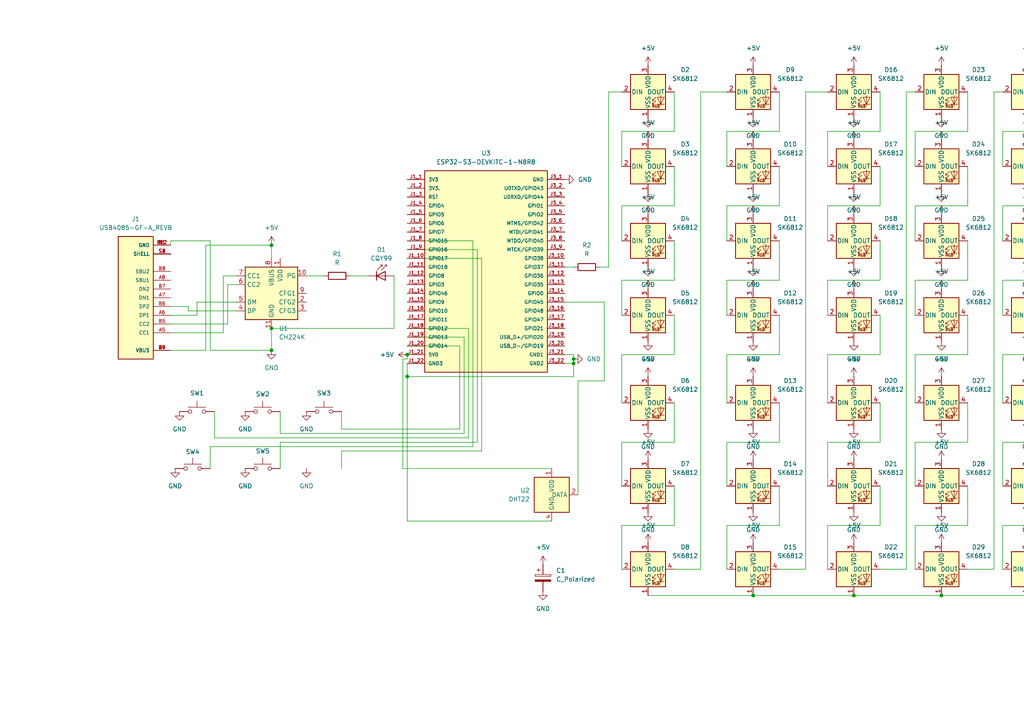
<source format=kicad_sch>
(kicad_sch (version 20250114) (generator "eeschema") (generator_version "9.0")
  (paper "A4")
  (lib_symbols
    (symbol "Device:C_Polarized" (pin_numbers (hide yes)) (pin_names (offset 0.254))
      (property "Reference" "C" (at 0.635 2.54 0))
      (property "Value" "C_Polarized" (at 0.635 -2.54 0))
      (symbol "C_Polarized_1_1"
        (pin passive line (at 0 3.81 270) (length 2.794) (name "~") (number "1"))
        (pin passive line (at 0 -3.81 90) (length 2.794) (name "~") (number "2"))
      )
    )
    (symbol "Device:R" (pin_numbers (hide yes)) (pin_names (offset 0))
      (property "Reference" "R" (at 2.032 0 90))
      (property "Value" "R" (at 0 0 90))
      (symbol "R_1_1"
        (pin passive line (at 0 3.81 270) (length 1.27) (name "~") (number "1"))
        (pin passive line (at 0 -3.81 90) (length 1.27) (name "~") (number "2"))
      )
    )
    (symbol "ESP32-S3-DEVKITC-1-N8R8:ESP32-S3-DEVKITC-1-N8R8" (pin_names (offset 1.016))
      (property "Reference" "U" (at -17.78 35.56 0))
      (property "Value" "ESP32-S3-DEVKITC-1-N8R8" (at -17.78 -27.94 0))
      (symbol "ESP32-S3-DEVKITC-1-N8R8_0_0"
        (pin power_in line (at -22.86 30.48 0) (length 5.08) (name "3V3") (number "J1_1"))
        (pin power_in line (at -22.86 27.94 0) (length 5.08) (name "3V3.") (number "J1_2"))
        (pin input line (at -22.86 25.4 0) (length 5.08) (name "RST") (number "J1_3"))
        (pin bidirectional line (at -22.86 22.86 0) (length 5.08) (name "GPIO4") (number "J1_4"))
        (pin bidirectional line (at -22.86 20.32 0) (length 5.08) (name "GPIO5") (number "J1_5"))
        (pin bidirectional line (at -22.86 17.78 0) (length 5.08) (name "GPIO6") (number "J1_6"))
        (pin bidirectional line (at -22.86 15.24 0) (length 5.08) (name "GPIO7") (number "J1_7"))
        (pin bidirectional line (at -22.86 12.7 0) (length 5.08) (name "GPIO15") (number "J1_8"))
        (pin bidirectional line (at -22.86 10.16 0) (length 5.08) (name "GPIO16") (number "J1_9"))
        (pin bidirectional line (at -22.86 7.62 0) (length 5.08) (name "GPIO17") (number "J1_10"))
        (pin bidirectional line (at -22.86 5.08 0) (length 5.08) (name "GPIO18") (number "J1_11"))
        (pin bidirectional line (at -22.86 2.54 0) (length 5.08) (name "GPIO8") (number "J1_12"))
        (pin bidirectional line (at -22.86 0 0) (length 5.08) (name "GPIO3") (number "J1_13"))
        (pin bidirectional line (at -22.86 -2.54 0) (length 5.08) (name "GPIO46") (number "J1_14"))
        (pin bidirectional line (at -22.86 -5.08 0) (length 5.08) (name "GPIO9") (number "J1_15"))
        (pin bidirectional line (at -22.86 -7.62 0) (length 5.08) (name "GPIO10") (number "J1_16"))
        (pin bidirectional line (at -22.86 -10.16 0) (length 5.08) (name "GPIO11") (number "J1_17"))
        (pin bidirectional line (at -22.86 -12.7 0) (length 5.08) (name "GPIO12") (number "J1_18"))
        (pin bidirectional line (at -22.86 -15.24 0) (length 5.08) (name "GPIO13") (number "J1_19"))
        (pin bidirectional line (at -22.86 -17.78 0) (length 5.08) (name "GPIO14") (number "J1_20"))
        (pin power_in line (at -22.86 -20.32 0) (length 5.08) (name "5V0") (number "J1_21"))
        (pin power_in line (at -22.86 -22.86 0) (length 5.08) (name "GND3") (number "J1_22"))
        (pin power_in line (at 22.86 30.48 180) (length 5.08) (name "GND") (number "J3_1"))
        (pin bidirectional line (at 22.86 27.94 180) (length 5.08) (name "U0TXD/GPIO43") (number "J3_2"))
        (pin bidirectional line (at 22.86 25.4 180) (length 5.08) (name "U0RXD/GPIO44") (number "J3_3"))
        (pin bidirectional line (at 22.86 22.86 180) (length 5.08) (name "GPIO1") (number "J3_4"))
        (pin bidirectional line (at 22.86 20.32 180) (length 5.08) (name "GPIO2") (number "J3_5"))
        (pin bidirectional line (at 22.86 17.78 180) (length 5.08) (name "MTMS/GPIO42") (number "J3_6"))
        (pin bidirectional line (at 22.86 15.24 180) (length 5.08) (name "MTDI/GPIO41") (number "J3_7"))
        (pin bidirectional line (at 22.86 12.7 180) (length 5.08) (name "MTDO/GPIO40") (number "J3_8"))
        (pin bidirectional line (at 22.86 10.16 180) (length 5.08) (name "MTCK/GPIO39") (number "J3_9"))
        (pin bidirectional line (at 22.86 7.62 180) (length 5.08) (name "GPIO38") (number "J3_10"))
        (pin bidirectional line (at 22.86 5.08 180) (length 5.08) (name "GPIO37") (number "J3_11"))
        (pin bidirectional line (at 22.86 2.54 180) (length 5.08) (name "GPIO36") (number "J3_12"))
        (pin bidirectional line (at 22.86 0 180) (length 5.08) (name "GPIO35") (number "J3_13"))
        (pin bidirectional line (at 22.86 -2.54 180) (length 5.08) (name "GPIO0") (number "J3_14"))
        (pin bidirectional line (at 22.86 -5.08 180) (length 5.08) (name "GPIO45") (number "J3_15"))
        (pin bidirectional line (at 22.86 -7.62 180) (length 5.08) (name "GPIO48") (number "J3_16"))
        (pin bidirectional line (at 22.86 -10.16 180) (length 5.08) (name "GPIO47") (number "J3_17"))
        (pin bidirectional line (at 22.86 -12.7 180) (length 5.08) (name "GPIO21") (number "J3_18"))
        (pin bidirectional line (at 22.86 -15.24 180) (length 5.08) (name "USB_D+/GPIO20") (number "J3_19"))
        (pin bidirectional line (at 22.86 -17.78 180) (length 5.08) (name "USB_D-/GPIO19") (number "J3_20"))
        (pin power_in line (at 22.86 -20.32 180) (length 5.08) (name "GND1") (number "J3_21"))
        (pin power_in line (at 22.86 -22.86 180) (length 5.08) (name "GND2") (number "J3_22"))
      )
    )
    (symbol "Interface_USB:CH224K"
      (property "Reference" "U" (at -7.874 -8.89 0))
      (property "Value" "CH224K" (at 3.048 -8.89 0))
      (symbol "CH224K_1_1"
        (pin bidirectional line (at -10.16 5.08 0) (length 2.54) (name "CC1") (number "7"))
        (pin bidirectional line (at -10.16 2.54 0) (length 2.54) (name "CC2") (number "6"))
        (pin bidirectional line (at -10.16 -2.54 0) (length 2.54) (name "DM") (number "5"))
        (pin bidirectional line (at -10.16 -5.08 0) (length 2.54) (name "DP") (number "4"))
        (pin passive line (at 0 10.16 270) (length 2.54) (name "VBUS") (number "8"))
        (pin power_in line (at 0 -10.16 90) (length 2.54) (name "GND") (number "11"))
        (pin power_in line (at 2.54 10.16 270) (length 2.54) (name "VDD") (number "1"))
        (pin open_collector line (at 10.16 5.08 180) (length 2.54) (name "PG") (number "10"))
        (pin passive line (at 10.16 0 180) (length 2.54) (name "CFG1") (number "9"))
        (pin passive line (at 10.16 -2.54 180) (length 2.54) (name "CFG2") (number "2"))
        (pin passive line (at 10.16 -5.08 180) (length 2.54) (name "CFG3") (number "3"))
      )
    )
    (symbol "LED:CQY99" (pin_numbers (hide yes)) (pin_names (offset 1.016) (hide yes))
      (property "Reference" "D" (at 0.508 1.778 0))
      (property "Value" "CQY99" (at -1.016 -2.794 0))
      (symbol "CQY99_1_1"
        (pin passive line (at -5.08 0 0) (length 2.54) (name "K") (number "1"))
        (pin passive line (at 2.54 0 180) (length 2.54) (name "A") (number "2"))
      )
    )
    (symbol "LED:SK6812" (pin_names (offset 0.254))
      (property "Reference" "D" (at 5.08 5.715 0))
      (property "Value" "SK6812" (at 1.27 -5.715 0))
      (symbol "SK6812_0_0"
        (text "RGB" (at 2.286 -4.191 0) (effects (font (size 0.762 0.762))))
      )
      (symbol "SK6812_1_1"
        (pin input line (at -7.62 0 0) (length 2.54) (name "DIN") (number "2"))
        (pin power_in line (at 0 7.62 270) (length 2.54) (name "VDD") (number "3"))
        (pin power_in line (at 0 -7.62 90) (length 2.54) (name "VSS") (number "1"))
        (pin output line (at 7.62 0 180) (length 2.54) (name "DOUT") (number "4"))
      )
    )
    (symbol "Sensor:DHT11"
      (property "Reference" "U" (at -3.81 6.35 0))
      (property "Value" "DHT11" (at 3.81 6.35 0))
      (symbol "DHT11_1_1"
        (pin no_connect line (at -5.08 0 0) (length 2.54) (hide yes) (name "NC") (number "3"))
        (pin power_in line (at 0 7.62 270) (length 2.54) (name "VDD") (number "1"))
        (pin power_in line (at 0 -7.62 90) (length 2.54) (name "GND") (number "4"))
        (pin bidirectional line (at 7.62 0 180) (length 2.54) (name "DATA") (number "2"))
      )
    )
    (symbol "Switch:SW_Push" (pin_numbers (hide yes)) (pin_names (offset 1.016) (hide yes))
      (property "Reference" "SW" (at 1.27 2.54 0))
      (property "Value" "SW_Push" (at 0 -1.524 0))
      (symbol "SW_Push_0_1"
        (pin passive line (at -5.08 0 0) (length 2.54) (name "1") (number "1"))
        (pin passive line (at 5.08 0 180) (length 2.54) (name "2") (number "2"))
      )
    )
    (symbol "USB4085-GF-A_REVB:USB4085-GF-A_REVB" (pin_names (offset 1.016))
      (property "Reference" "J" (at -5.08 18.288 0))
      (property "Value" "USB4085-GF-A_REVB" (at -5.08 -20.32 0))
      (symbol "USB4085-GF-A_REVB_0_0"
        (pin power_in line (at -10.16 15.24 0) (length 5.08) (name "VBUS") (number "A4"))
        (pin power_in line (at -10.16 15.24 0) (length 5.08) (name "VBUS") (number "A9"))
        (pin power_in line (at -10.16 15.24 0) (length 5.08) (name "VBUS") (number "B4"))
        (pin power_in line (at -10.16 15.24 0) (length 5.08) (name "VBUS") (number "B9"))
        (pin bidirectional line (at -10.16 10.16 0) (length 5.08) (name "CC1") (number "A5"))
        (pin bidirectional line (at -10.16 7.62 0) (length 5.08) (name "CC2") (number "B5"))
        (pin bidirectional line (at -10.16 5.08 0) (length 5.08) (name "DP1") (number "A6"))
        (pin bidirectional line (at -10.16 2.54 0) (length 5.08) (name "DP2") (number "B6"))
        (pin bidirectional line (at -10.16 0 0) (length 5.08) (name "DN1") (number "A7"))
        (pin bidirectional line (at -10.16 -2.54 0) (length 5.08) (name "DN2") (number "B7"))
        (pin bidirectional line (at -10.16 -5.08 0) (length 5.08) (name "SBU1") (number "A8"))
        (pin bidirectional line (at -10.16 -7.62 0) (length 5.08) (name "SBU2") (number "B8"))
        (pin passive line (at -10.16 -12.7 0) (length 5.08) (name "SHELL") (number "S1"))
        (pin passive line (at -10.16 -12.7 0) (length 5.08) (name "SHELL") (number "S2"))
        (pin passive line (at -10.16 -12.7 0) (length 5.08) (name "SHELL") (number "S3"))
        (pin passive line (at -10.16 -12.7 0) (length 5.08) (name "SHELL") (number "S4"))
        (pin power_in line (at -10.16 -15.24 0) (length 5.08) (name "GND") (number "A1"))
        (pin power_in line (at -10.16 -15.24 0) (length 5.08) (name "GND") (number "A12"))
        (pin power_in line (at -10.16 -15.24 0) (length 5.08) (name "GND") (number "B1"))
        (pin power_in line (at -10.16 -15.24 0) (length 5.08) (name "GND") (number "B12"))
      )
    )
    (symbol "power:+5V" (power) (pin_numbers (hide yes)) (pin_names (offset 0) (hide yes))
      (property "Value" "+5V" (at 0 3.556 0))
      (symbol "+5V_1_1"
        (pin power_in line (at 0 0 90) (length 0) (name "~") (number "1"))
      )
    )
    (symbol "power:GND" (power) (pin_numbers (hide yes)) (pin_names (offset 0) (hide yes))
      (property "Value" "GND" (at 0 -3.81 0))
      (symbol "GND_1_1"
        (pin power_in line (at 0 0 270) (length 0) (name "~") (number "1"))
      )
    )
  )
  (junction (at 166.37 105.41))
  (junction (at 349.25 172.72))
  (junction (at 247.65 172.72))
  (junction (at 78.74 95.25))
  (junction (at 78.74 101.6))
  (junction (at 400.05 172.72))
  (junction (at 218.44 172.72))
  (junction (at 118.11 102.87))
  (junction (at 336.55 172.72))
  (junction (at 425.45 172.72))
  (junction (at 450.85 172.72))
  (junction (at 273.05 172.72))
  (junction (at 78.74 71.12))
  (junction (at 166.37 104.14))
  (junction (at 323.85 172.72))
  (junction (at 298.45 172.72))
  (junction (at 118.11 109.22))
  (junction (at 374.65 172.72))
  (wire (pts (xy 356.87 38.1) (xy 341.63 38.1)))
  (wire (pts (xy 99.06 124.46) (xy 133.35 124.46)))
  (wire (pts (xy 417.83 152.4) (xy 417.83 165.1)))
  (wire (pts (xy 116.84 104.14) (xy 118.11 104.14)))
  (wire (pts (xy 99.06 130.81) (xy 139.7 130.81)))
  (wire (pts (xy 306.07 59.69) (xy 290.83 59.69)))
  (wire (pts (xy 195.58 165.1) (xy 203.2 165.1)))
  (wire (pts (xy 265.43 38.1) (xy 265.43 48.26)))
  (wire (pts (xy 433.07 116.84) (xy 433.07 128.27)))
  (wire (pts (xy 466.09 165.1) (xy 466.09 26.67)))
  (wire (pts (xy 407.67 140.97) (xy 407.67 152.4)))
  (wire (pts (xy 450.85 172.72) (xy 476.25 172.72)))
  (wire (pts (xy 226.06 102.87) (xy 210.82 102.87)))
  (wire (pts (xy 240.03 81.28) (xy 240.03 91.44)))
  (wire (pts (xy 331.47 38.1) (xy 316.23 38.1)))
  (wire (pts (xy 66.04 82.55) (xy 68.58 82.55)))
  (wire (pts (xy 443.23 102.87) (xy 443.23 116.84)))
  (wire (pts (xy 210.82 38.1) (xy 210.82 48.26)))
  (wire (pts (xy 433.07 69.85) (xy 433.07 81.28)))
  (wire (pts (xy 382.27 81.28) (xy 367.03 81.28)))
  (wire (pts (xy 433.07 38.1) (xy 417.83 38.1)))
  (wire (pts (xy 458.47 128.27) (xy 443.23 128.27)))
  (wire (pts (xy 382.27 128.27) (xy 367.03 128.27)))
  (wire (pts (xy 116.84 135.89) (xy 116.84 104.14)))
  (wire (pts (xy 336.55 172.72) (xy 349.25 172.72)))
  (wire (pts (xy 66.04 93.98) (xy 66.04 82.55)))
  (wire (pts (xy 323.85 172.72) (xy 336.55 172.72)))
  (wire (pts (xy 288.29 165.1) (xy 280.67 165.1)))
  (wire (pts (xy 290.83 38.1) (xy 290.83 48.26)))
  (wire (pts (xy 407.67 165.1) (xy 415.29 165.1)))
  (wire (pts (xy 392.43 81.28) (xy 392.43 91.44)))
  (wire (pts (xy 255.27 165.1) (xy 262.89 165.1)))
  (wire (pts (xy 118.11 109.22) (xy 118.11 151.13)))
  (wire (pts (xy 255.27 48.26) (xy 255.27 59.69)))
  (wire (pts (xy 407.67 26.67) (xy 407.67 38.1)))
  (wire (pts (xy 367.03 38.1) (xy 367.03 48.26)))
  (wire (pts (xy 218.44 172.72) (xy 247.65 172.72)))
  (wire (pts (xy 64.77 80.01) (xy 68.58 80.01)))
  (wire (pts (xy 306.07 102.87) (xy 290.83 102.87)))
  (wire (pts (xy 280.67 128.27) (xy 265.43 128.27)))
  (wire (pts (xy 255.27 116.84) (xy 255.27 128.27)))
  (wire (pts (xy 407.67 116.84) (xy 407.67 128.27)))
  (wire (pts (xy 195.58 48.26) (xy 195.58 59.69)))
  (wire (pts (xy 280.67 116.84) (xy 280.67 128.27)))
  (wire (pts (xy 255.27 128.27) (xy 240.03 128.27)))
  (wire (pts (xy 240.03 102.87) (xy 240.03 116.84)))
  (wire (pts (xy 443.23 152.4) (xy 443.23 165.1)))
  (wire (pts (xy 458.47 140.97) (xy 458.47 152.4)))
  (wire (pts (xy 166.37 109.22) (xy 166.37 105.41)))
  (wire (pts (xy 458.47 116.84) (xy 458.47 128.27)))
  (wire (pts (xy 468.63 59.69) (xy 468.63 69.85)))
  (wire (pts (xy 262.89 26.67) (xy 265.43 26.67)))
  (wire (pts (xy 331.47 81.28) (xy 316.23 81.28)))
  (wire (pts (xy 483.87 128.27) (xy 468.63 128.27)))
  (wire (pts (xy 313.69 165.1) (xy 313.69 26.67)))
  (wire (pts (xy 458.47 69.85) (xy 458.47 81.28)))
  (wire (pts (xy 280.67 81.28) (xy 265.43 81.28)))
  (wire (pts (xy 433.07 140.97) (xy 433.07 152.4)))
  (wire (pts (xy 255.27 152.4) (xy 240.03 152.4)))
  (wire (pts (xy 433.07 26.67) (xy 433.07 38.1)))
  (wire (pts (xy 138.43 72.39) (xy 138.43 128.27)))
  (wire (pts (xy 226.06 116.84) (xy 226.06 128.27)))
  (wire (pts (xy 356.87 59.69) (xy 341.63 59.69)))
  (wire (pts (xy 203.2 26.67) (xy 210.82 26.67)))
  (wire (pts (xy 392.43 128.27) (xy 392.43 140.97)))
  (wire (pts (xy 458.47 102.87) (xy 443.23 102.87)))
  (wire (pts (xy 392.43 152.4) (xy 392.43 165.1)))
  (wire (pts (xy 180.34 59.69) (xy 180.34 69.85)))
  (wire (pts (xy 195.58 128.27) (xy 180.34 128.27)))
  (wire (pts (xy 356.87 48.26) (xy 356.87 59.69)))
  (wire (pts (xy 382.27 59.69) (xy 367.03 59.69)))
  (wire (pts (xy 356.87 102.87) (xy 341.63 102.87)))
  (wire (pts (xy 331.47 48.26) (xy 331.47 59.69)))
  (wire (pts (xy 440.69 165.1) (xy 440.69 26.67)))
  (wire (pts (xy 255.27 26.67) (xy 255.27 38.1)))
  (wire (pts (xy 101.6 80.01) (xy 106.68 80.01)))
  (wire (pts (xy 187.96 172.72) (xy 218.44 172.72)))
  (wire (pts (xy 407.67 102.87) (xy 392.43 102.87)))
  (wire (pts (xy 99.06 124.46) (xy 99.06 119.38)))
  (wire (pts (xy 466.09 26.67) (xy 468.63 26.67)))
  (wire (pts (xy 57.15 87.63) (xy 68.58 87.63)))
  (wire (pts (xy 226.06 38.1) (xy 210.82 38.1)))
  (wire (pts (xy 417.83 128.27) (xy 417.83 140.97)))
  (wire (pts (xy 255.27 91.44) (xy 255.27 102.87)))
  (wire (pts (xy 483.87 116.84) (xy 483.87 128.27)))
  (wire (pts (xy 195.58 152.4) (xy 180.34 152.4)))
  (wire (pts (xy 417.83 81.28) (xy 417.83 91.44)))
  (wire (pts (xy 163.83 105.41) (xy 166.37 105.41)))
  (wire (pts (xy 180.34 152.4) (xy 180.34 165.1)))
  (wire (pts (xy 443.23 38.1) (xy 443.23 48.26)))
  (wire (pts (xy 49.53 71.12) (xy 49.53 69.85)))
  (wire (pts (xy 290.83 128.27) (xy 290.83 140.97)))
  (wire (pts (xy 407.67 91.44) (xy 407.67 102.87)))
  (wire (pts (xy 331.47 102.87) (xy 316.23 102.87)))
  (wire (pts (xy 226.06 140.97) (xy 226.06 152.4)))
  (wire (pts (xy 180.34 102.87) (xy 180.34 116.84)))
  (wire (pts (xy 118.11 74.93) (xy 139.7 74.93)))
  (wire (pts (xy 195.58 26.67) (xy 195.58 38.1)))
  (wire (pts (xy 81.28 125.73) (xy 81.28 119.38)))
  (wire (pts (xy 331.47 116.84) (xy 331.47 128.27)))
  (wire (pts (xy 118.11 100.33) (xy 133.35 100.33)))
  (wire (pts (xy 417.83 38.1) (xy 417.83 48.26)))
  (wire (pts (xy 341.63 81.28) (xy 341.63 91.44)))
  (wire (pts (xy 316.23 81.28) (xy 316.23 91.44)))
  (wire (pts (xy 118.11 104.14) (xy 118.11 102.87)))
  (wire (pts (xy 331.47 26.67) (xy 331.47 38.1)))
  (wire (pts (xy 458.47 81.28) (xy 443.23 81.28)))
  (wire (pts (xy 433.07 91.44) (xy 433.07 102.87)))
  (wire (pts (xy 367.03 59.69) (xy 367.03 69.85)))
  (wire (pts (xy 331.47 140.97) (xy 331.47 152.4)))
  (wire (pts (xy 407.67 38.1) (xy 392.43 38.1)))
  (wire (pts (xy 407.67 48.26) (xy 407.67 59.69)))
  (wire (pts (xy 382.27 116.84) (xy 382.27 128.27)))
  (wire (pts (xy 331.47 91.44) (xy 331.47 102.87)))
  (wire (pts (xy 68.58 90.17) (xy 54.61 90.17)))
  (wire (pts (xy 400.05 172.72) (xy 425.45 172.72)))
  (wire (pts (xy 180.34 128.27) (xy 180.34 140.97)))
  (wire (pts (xy 163.83 102.87) (xy 166.37 102.87)))
  (wire (pts (xy 382.27 69.85) (xy 382.27 81.28)))
  (wire (pts (xy 247.65 172.72) (xy 273.05 172.72)))
  (wire (pts (xy 226.06 69.85) (xy 226.06 81.28)))
  (wire (pts (xy 233.68 26.67) (xy 233.68 165.1)))
  (wire (pts (xy 160.02 151.13) (xy 118.11 151.13)))
  (wire (pts (xy 382.27 165.1) (xy 389.89 165.1)))
  (wire (pts (xy 367.03 152.4) (xy 367.03 165.1)))
  (wire (pts (xy 367.03 81.28) (xy 367.03 91.44)))
  (wire (pts (xy 78.74 95.25) (xy 78.74 101.6)))
  (wire (pts (xy 59.69 71.12) (xy 78.74 71.12)))
  (wire (pts (xy 458.47 38.1) (xy 443.23 38.1)))
  (wire (pts (xy 367.03 102.87) (xy 367.03 116.84)))
  (wire (pts (xy 483.87 59.69) (xy 468.63 59.69)))
  (wire (pts (xy 356.87 91.44) (xy 356.87 102.87)))
  (wire (pts (xy 280.67 102.87) (xy 265.43 102.87)))
  (wire (pts (xy 60.96 101.6) (xy 78.74 101.6)))
  (wire (pts (xy 195.58 38.1) (xy 180.34 38.1)))
  (wire (pts (xy 166.37 102.87) (xy 166.37 104.14)))
  (wire (pts (xy 240.03 59.69) (xy 240.03 69.85)))
  (wire (pts (xy 167.64 143.51) (xy 167.64 110.49)))
  (wire (pts (xy 331.47 128.27) (xy 316.23 128.27)))
  (wire (pts (xy 54.61 88.9) (xy 49.53 88.9)))
  (wire (pts (xy 49.53 96.52) (xy 64.77 96.52)))
  (wire (pts (xy 331.47 59.69) (xy 316.23 59.69)))
  (wire (pts (xy 226.06 48.26) (xy 226.06 59.69)))
  (wire (pts (xy 468.63 102.87) (xy 468.63 116.84)))
  (wire (pts (xy 280.67 38.1) (xy 265.43 38.1)))
  (wire (pts (xy 425.45 172.72) (xy 450.85 172.72)))
  (wire (pts (xy 233.68 26.67) (xy 240.03 26.67)))
  (wire (pts (xy 433.07 59.69) (xy 417.83 59.69)))
  (wire (pts (xy 415.29 165.1) (xy 415.29 26.67)))
  (wire (pts (xy 195.58 116.84) (xy 195.58 128.27)))
  (wire (pts (xy 407.67 152.4) (xy 392.43 152.4)))
  (wire (pts (xy 468.63 38.1) (xy 468.63 48.26)))
  (wire (pts (xy 133.35 100.33) (xy 133.35 124.46)))
  (wire (pts (xy 280.67 26.67) (xy 280.67 38.1)))
  (wire (pts (xy 118.11 97.79) (xy 134.62 97.79)))
  (wire (pts (xy 273.05 172.72) (xy 298.45 172.72)))
  (wire (pts (xy 458.47 91.44) (xy 458.47 102.87)))
  (wire (pts (xy 407.67 81.28) (xy 392.43 81.28)))
  (wire (pts (xy 306.07 152.4) (xy 290.83 152.4)))
  (wire (pts (xy 443.23 128.27) (xy 443.23 140.97)))
  (wire (pts (xy 88.9 80.01) (xy 93.98 80.01)))
  (wire (pts (xy 433.07 165.1) (xy 440.69 165.1)))
  (wire (pts (xy 290.83 26.67) (xy 288.29 26.67)))
  (wire (pts (xy 195.58 69.85) (xy 195.58 81.28)))
  (wire (pts (xy 118.11 72.39) (xy 138.43 72.39)))
  (wire (pts (xy 240.03 152.4) (xy 240.03 165.1)))
  (wire (pts (xy 135.89 127) (xy 135.89 95.25)))
  (wire (pts (xy 290.83 152.4) (xy 290.83 165.1)))
  (wire (pts (xy 210.82 152.4) (xy 210.82 165.1)))
  (wire (pts (xy 60.96 129.54) (xy 60.96 135.89)))
  (wire (pts (xy 118.11 69.85) (xy 137.16 69.85)))
  (wire (pts (xy 195.58 59.69) (xy 180.34 59.69)))
  (wire (pts (xy 265.43 81.28) (xy 265.43 91.44)))
  (wire (pts (xy 81.28 125.73) (xy 134.62 125.73)))
  (wire (pts (xy 341.63 102.87) (xy 341.63 116.84)))
  (wire (pts (xy 265.43 128.27) (xy 265.43 140.97)))
  (wire (pts (xy 417.83 102.87) (xy 417.83 116.84)))
  (wire (pts (xy 356.87 69.85) (xy 356.87 81.28)))
  (wire (pts (xy 176.53 77.47) (xy 176.53 26.67)))
  (wire (pts (xy 468.63 152.4) (xy 468.63 165.1)))
  (wire (pts (xy 382.27 152.4) (xy 367.03 152.4)))
  (wire (pts (xy 81.28 128.27) (xy 138.43 128.27)))
  (wire (pts (xy 240.03 38.1) (xy 240.03 48.26)))
  (wire (pts (xy 210.82 102.87) (xy 210.82 116.84)))
  (wire (pts (xy 306.07 140.97) (xy 306.07 152.4)))
  (wire (pts (xy 54.61 90.17) (xy 54.61 88.9)))
  (wire (pts (xy 64.77 96.52) (xy 64.77 80.01)))
  (wire (pts (xy 99.06 130.81) (xy 99.06 135.89)))
  (wire (pts (xy 433.07 102.87) (xy 417.83 102.87)))
  (wire (pts (xy 483.87 48.26) (xy 483.87 59.69)))
  (wire (pts (xy 458.47 59.69) (xy 443.23 59.69)))
  (wire (pts (xy 163.83 77.47) (xy 166.37 77.47)))
  (wire (pts (xy 407.67 59.69) (xy 392.43 59.69)))
  (wire (pts (xy 226.06 165.1) (xy 233.68 165.1)))
  (wire (pts (xy 226.06 26.67) (xy 226.06 38.1)))
  (wire (pts (xy 433.07 81.28) (xy 417.83 81.28)))
  (wire (pts (xy 265.43 102.87) (xy 265.43 116.84)))
  (wire (pts (xy 160.02 135.89) (xy 116.84 135.89)))
  (wire (pts (xy 483.87 91.44) (xy 483.87 102.87)))
  (wire (pts (xy 415.29 26.67) (xy 417.83 26.67)))
  (wire (pts (xy 331.47 69.85) (xy 331.47 81.28)))
  (wire (pts (xy 306.07 38.1) (xy 290.83 38.1)))
  (wire (pts (xy 341.63 152.4) (xy 341.63 165.1)))
  (wire (pts (xy 62.23 127) (xy 135.89 127)))
  (wire (pts (xy 468.63 81.28) (xy 468.63 91.44)))
  (wire (pts (xy 240.03 128.27) (xy 240.03 140.97)))
  (wire (pts (xy 118.11 105.41) (xy 118.11 109.22)))
  (wire (pts (xy 81.28 128.27) (xy 81.28 135.89)))
  (wire (pts (xy 407.67 128.27) (xy 392.43 128.27)))
  (wire (pts (xy 176.53 26.67) (xy 180.34 26.67)))
  (wire (pts (xy 316.23 102.87) (xy 316.23 116.84)))
  (wire (pts (xy 175.26 87.63) (xy 163.83 87.63)))
  (wire (pts (xy 433.07 48.26) (xy 433.07 59.69)))
  (wire (pts (xy 173.99 77.47) (xy 176.53 77.47)))
  (wire (pts (xy 226.06 128.27) (xy 210.82 128.27)))
  (wire (pts (xy 167.64 110.49) (xy 175.26 110.49)))
  (wire (pts (xy 356.87 128.27) (xy 341.63 128.27)))
  (wire (pts (xy 306.07 26.67) (xy 306.07 38.1)))
  (wire (pts (xy 280.67 140.97) (xy 280.67 152.4)))
  (wire (pts (xy 417.83 59.69) (xy 417.83 69.85)))
  (wire (pts (xy 280.67 152.4) (xy 265.43 152.4)))
  (wire (pts (xy 78.74 71.12) (xy 78.74 74.93)))
  (wire (pts (xy 280.67 48.26) (xy 280.67 59.69)))
  (wire (pts (xy 483.87 81.28) (xy 468.63 81.28)))
  (wire (pts (xy 49.53 69.85) (xy 60.96 69.85)))
  (wire (pts (xy 280.67 69.85) (xy 280.67 81.28)))
  (wire (pts (xy 49.53 101.6) (xy 59.69 101.6)))
  (wire (pts (xy 433.07 152.4) (xy 417.83 152.4)))
  (wire (pts (xy 288.29 26.67) (xy 288.29 165.1)))
  (wire (pts (xy 458.47 165.1) (xy 466.09 165.1)))
  (wire (pts (xy 49.53 93.98) (xy 66.04 93.98)))
  (wire (pts (xy 306.07 128.27) (xy 290.83 128.27)))
  (wire (pts (xy 203.2 165.1) (xy 203.2 26.67)))
  (wire (pts (xy 306.07 81.28) (xy 290.83 81.28)))
  (wire (pts (xy 382.27 102.87) (xy 367.03 102.87)))
  (wire (pts (xy 114.3 95.25) (xy 78.74 95.25)))
  (wire (pts (xy 195.58 91.44) (xy 195.58 102.87)))
  (wire (pts (xy 483.87 26.67) (xy 483.87 38.1)))
  (wire (pts (xy 195.58 102.87) (xy 180.34 102.87)))
  (wire (pts (xy 483.87 38.1) (xy 468.63 38.1)))
  (wire (pts (xy 49.53 91.44) (xy 57.15 91.44)))
  (wire (pts (xy 339.09 26.67) (xy 341.63 26.67)))
  (wire (pts (xy 382.27 48.26) (xy 382.27 59.69)))
  (wire (pts (xy 331.47 165.1) (xy 339.09 165.1)))
  (wire (pts (xy 356.87 116.84) (xy 356.87 128.27)))
  (wire (pts (xy 374.65 172.72) (xy 400.05 172.72)))
  (wire (pts (xy 210.82 59.69) (xy 210.82 69.85)))
  (wire (pts (xy 135.89 95.25) (xy 118.11 95.25)))
  (wire (pts (xy 341.63 128.27) (xy 341.63 140.97)))
  (wire (pts (xy 166.37 105.41) (xy 166.37 104.14)))
  (wire (pts (xy 367.03 128.27) (xy 367.03 140.97)))
  (wire (pts (xy 255.27 69.85) (xy 255.27 81.28)))
  (wire (pts (xy 458.47 48.26) (xy 458.47 59.69)))
  (wire (pts (xy 306.07 91.44) (xy 306.07 102.87)))
  (wire (pts (xy 364.49 165.1) (xy 364.49 26.67)))
  (wire (pts (xy 60.96 129.54) (xy 137.16 129.54)))
  (wire (pts (xy 255.27 140.97) (xy 255.27 152.4)))
  (wire (pts (xy 290.83 59.69) (xy 290.83 69.85)))
  (wire (pts (xy 356.87 26.67) (xy 356.87 38.1)))
  (wire (pts (xy 60.96 69.85) (xy 60.96 101.6)))
  (wire (pts (xy 356.87 165.1) (xy 364.49 165.1)))
  (wire (pts (xy 139.7 74.93) (xy 139.7 130.81)))
  (wire (pts (xy 134.62 97.79) (xy 134.62 125.73)))
  (wire (pts (xy 458.47 152.4) (xy 443.23 152.4)))
  (wire (pts (xy 137.16 69.85) (xy 137.16 129.54)))
  (wire (pts (xy 316.23 38.1) (xy 316.23 48.26)))
  (wire (pts (xy 433.07 128.27) (xy 417.83 128.27)))
  (wire (pts (xy 280.67 59.69) (xy 265.43 59.69)))
  (wire (pts (xy 392.43 59.69) (xy 392.43 69.85)))
  (wire (pts (xy 114.3 80.01) (xy 114.3 95.25)))
  (wire (pts (xy 407.67 69.85) (xy 407.67 81.28)))
  (wire (pts (xy 290.83 102.87) (xy 290.83 116.84)))
  (wire (pts (xy 306.07 165.1) (xy 313.69 165.1)))
  (wire (pts (xy 458.47 26.67) (xy 458.47 38.1)))
  (wire (pts (xy 389.89 26.67) (xy 392.43 26.67)))
  (wire (pts (xy 195.58 140.97) (xy 195.58 152.4)))
  (wire (pts (xy 382.27 26.67) (xy 382.27 38.1)))
  (wire (pts (xy 349.25 172.72) (xy 374.65 172.72)))
  (wire (pts (xy 443.23 59.69) (xy 443.23 69.85)))
  (wire (pts (xy 483.87 140.97) (xy 483.87 152.4)))
  (wire (pts (xy 331.47 152.4) (xy 316.23 152.4)))
  (wire (pts (xy 280.67 91.44) (xy 280.67 102.87)))
  (wire (pts (xy 255.27 102.87) (xy 240.03 102.87)))
  (wire (pts (xy 392.43 38.1) (xy 392.43 48.26)))
  (wire (pts (xy 382.27 38.1) (xy 367.03 38.1)))
  (wire (pts (xy 265.43 59.69) (xy 265.43 69.85)))
  (wire (pts (xy 341.63 38.1) (xy 341.63 48.26)))
  (wire (pts (xy 118.11 109.22) (xy 166.37 109.22)))
  (wire (pts (xy 356.87 81.28) (xy 341.63 81.28)))
  (wire (pts (xy 210.82 81.28) (xy 210.82 91.44)))
  (wire (pts (xy 255.27 59.69) (xy 240.03 59.69)))
  (wire (pts (xy 316.23 128.27) (xy 316.23 140.97)))
  (wire (pts (xy 339.09 165.1) (xy 339.09 26.67)))
  (wire (pts (xy 180.34 81.28) (xy 180.34 91.44)))
  (wire (pts (xy 57.15 91.44) (xy 57.15 87.63)))
  (wire (pts (xy 180.34 38.1) (xy 180.34 48.26)))
  (wire (pts (xy 468.63 128.27) (xy 468.63 140.97)))
  (wire (pts (xy 306.07 116.84) (xy 306.07 128.27)))
  (wire (pts (xy 59.69 101.6) (xy 59.69 71.12)))
  (wire (pts (xy 195.58 81.28) (xy 180.34 81.28)))
  (wire (pts (xy 483.87 102.87) (xy 468.63 102.87)))
  (wire (pts (xy 313.69 26.67) (xy 316.23 26.67)))
  (wire (pts (xy 316.23 59.69) (xy 316.23 69.85)))
  (wire (pts (xy 226.06 81.28) (xy 210.82 81.28)))
  (wire (pts (xy 226.06 59.69) (xy 210.82 59.69)))
  (wire (pts (xy 356.87 152.4) (xy 341.63 152.4)))
  (wire (pts (xy 356.87 140.97) (xy 356.87 152.4)))
  (wire (pts (xy 316.23 152.4) (xy 316.23 165.1)))
  (wire (pts (xy 306.07 69.85) (xy 306.07 81.28)))
  (wire (pts (xy 382.27 91.44) (xy 382.27 102.87)))
  (wire (pts (xy 298.45 172.72) (xy 323.85 172.72)))
  (wire (pts (xy 306.07 48.26) (xy 306.07 59.69)))
  (wire (pts (xy 265.43 152.4) (xy 265.43 165.1)))
  (wire (pts (xy 210.82 128.27) (xy 210.82 140.97)))
  (wire (pts (xy 440.69 26.67) (xy 443.23 26.67)))
  (wire (pts (xy 226.06 91.44) (xy 226.06 102.87)))
  (wire (pts (xy 443.23 81.28) (xy 443.23 91.44)))
  (wire (pts (xy 389.89 165.1) (xy 389.89 26.67)))
  (wire (pts (xy 392.43 102.87) (xy 392.43 116.84)))
  (wire (pts (xy 255.27 81.28) (xy 240.03 81.28)))
  (wire (pts (xy 175.26 110.49) (xy 175.26 87.63)))
  (wire (pts (xy 483.87 69.85) (xy 483.87 81.28)))
  (wire (pts (xy 290.83 81.28) (xy 290.83 91.44)))
  (wire (pts (xy 364.49 26.67) (xy 367.03 26.67)))
  (wire (pts (xy 382.27 140.97) (xy 382.27 152.4)))
  (wire (pts (xy 262.89 165.1) (xy 262.89 26.67)))
  (wire (pts (xy 483.87 152.4) (xy 468.63 152.4)))
  (wire (pts (xy 341.63 59.69) (xy 341.63 69.85)))
  (wire (pts (xy 226.06 152.4) (xy 210.82 152.4)))
  (wire (pts (xy 62.23 119.38) (xy 62.23 127)))
  (wire (pts (xy 255.27 38.1) (xy 240.03 38.1)))
  (symbol (lib_id "LED:SK6812") (at 476.25 69.85 0) (unit 1)
    (property "Reference" "D81" (at 487.0145 63.4298 0))
    (property "Value" "SK6812" (at 487.0145 65.9698 0))
    (property "Footprint" "LED_SMD:LED_SK6812_PLCC4_5.0x5.0mm_P3.2mm" (effects (hide yes)))
    (property "Datasheet" "https://cdn-shop.adafruit.com/product-files/1138/SK6812+LED+datasheet+.pdf" (effects (hide yes)))
    (property "Description" "RGB LED with integrated controller" (effects (hide yes)))
  )
  (symbol (lib_id "power:+5V") (at 247.65 83.82 0) (unit 1)
    (property "Reference" "#PWR095" (effects (hide yes)))
    (property "Value" "+5V" (at 247.65 78.74 0))
    (property "Description" "Power symbol creates a global label with name \"+5V\"" (effects (hide yes)))
  )
  (symbol (lib_id "power:+5V") (at 247.65 40.64 0) (unit 1)
    (property "Reference" "#PWR093" (effects (hide yes)))
    (property "Value" "+5V" (at 247.65 35.56 0))
    (property "Description" "Power symbol creates a global label with name \"+5V\"" (effects (hide yes)))
  )
  (symbol (lib_id "LED:SK6812") (at 425.45 26.67 0) (unit 1)
    (property "Reference" "D65" (at 436.2145 20.2498 0))
    (property "Value" "SK6812" (at 436.2145 22.7898 0))
    (property "Footprint" "LED_SMD:LED_SK6812_PLCC4_5.0x5.0mm_P3.2mm" (effects (hide yes)))
    (property "Datasheet" "https://cdn-shop.adafruit.com/product-files/1138/SK6812+LED+datasheet+.pdf" (effects (hide yes)))
    (property "Description" "RGB LED with integrated controller" (effects (hide yes)))
  )
  (symbol (lib_id "power:+5V") (at 349.25 83.82 0) (unit 1)
    (property "Reference" "#PWR0123" (effects (hide yes)))
    (property "Value" "+5V" (at 349.25 78.74 0))
    (property "Description" "Power symbol creates a global label with name \"+5V\"" (effects (hide yes)))
  )
  (symbol (lib_id "power:+5V") (at 187.96 19.05 0) (unit 1)
    (property "Reference" "#PWR078" (effects (hide yes)))
    (property "Value" "+5V" (at 187.96 13.97 0))
    (property "Description" "Power symbol creates a global label with name \"+5V\"" (effects (hide yes)))
  )
  (symbol (lib_id "power:GND") (at 374.65 55.88 0) (unit 1)
    (property "Reference" "#PWR048" (effects (hide yes)))
    (property "Value" "GND" (at 374.65 60.96 0))
    (property "Description" "Power symbol creates a global label with name \"GND\" , ground" (effects (hide yes)))
  )
  (symbol (lib_id "power:+5V") (at 323.85 133.35 0) (unit 1)
    (property "Reference" "#PWR0114" (effects (hide yes)))
    (property "Value" "+5V" (at 323.85 128.27 0))
    (property "Description" "Power symbol creates a global label with name \"+5V\"" (effects (hide yes)))
  )
  (symbol (lib_id "LED:SK6812") (at 187.96 26.67 0) (unit 1)
    (property "Reference" "D2" (at 198.7245 20.2498 0))
    (property "Value" "SK6812" (at 198.7245 22.7898 0))
    (property "Footprint" "LED_SMD:LED_SK6812_PLCC4_5.0x5.0mm_P3.2mm" (effects (hide yes)))
    (property "Datasheet" "https://cdn-shop.adafruit.com/product-files/1138/SK6812+LED+datasheet+.pdf" (effects (hide yes)))
    (property "Description" "RGB LED with integrated controller" (effects (hide yes)))
  )
  (symbol (lib_id "Switch:SW_Push") (at 57.15 119.38 0) (unit 1)
    (property "Reference" "SW1" (at 57.15 114.046 0))
    (property "Value" "SW_Push" (effects (hide yes)))
    (property "Footprint" "PCM_Switch_Keyboard_Cherry_MX:SW_Cherry_MX_PCB_1.00u" (effects (hide yes)))
    (property "Description" "Push button switch, generic, two pins" (effects (hide yes)))
  )
  (symbol (lib_id "LED:SK6812") (at 400.05 116.84 0) (unit 1)
    (property "Reference" "D62" (at 410.8145 110.4198 0))
    (property "Value" "SK6812" (at 410.8145 112.9598 0))
    (property "Footprint" "LED_SMD:LED_SK6812_PLCC4_5.0x5.0mm_P3.2mm" (effects (hide yes)))
    (property "Datasheet" "https://cdn-shop.adafruit.com/product-files/1138/SK6812+LED+datasheet+.pdf" (effects (hide yes)))
    (property "Description" "RGB LED with integrated controller" (effects (hide yes)))
  )
  (symbol (lib_id "LED:SK6812") (at 218.44 116.84 0) (unit 1)
    (property "Reference" "D13" (at 229.2045 110.4198 0))
    (property "Value" "SK6812" (at 229.2045 112.9598 0))
    (property "Footprint" "LED_SMD:LED_SK6812_PLCC4_5.0x5.0mm_P3.2mm" (effects (hide yes)))
    (property "Datasheet" "https://cdn-shop.adafruit.com/product-files/1138/SK6812+LED+datasheet+.pdf" (effects (hide yes)))
    (property "Description" "RGB LED with integrated controller" (effects (hide yes)))
  )
  (symbol (lib_id "LED:SK6812") (at 187.96 69.85 0) (unit 1)
    (property "Reference" "D4" (at 198.7245 63.4298 0))
    (property "Value" "SK6812" (at 198.7245 65.9698 0))
    (property "Footprint" "LED_SMD:LED_SK6812_PLCC4_5.0x5.0mm_P3.2mm" (effects (hide yes)))
    (property "Datasheet" "https://cdn-shop.adafruit.com/product-files/1138/SK6812+LED+datasheet+.pdf" (effects (hide yes)))
    (property "Description" "RGB LED with integrated controller" (effects (hide yes)))
  )
  (symbol (lib_id "power:GND") (at 425.45 55.88 0) (unit 1)
    (property "Reference" "#PWR060" (effects (hide yes)))
    (property "Value" "GND" (at 425.45 60.96 0))
    (property "Description" "Power symbol creates a global label with name \"GND\" , ground" (effects (hide yes)))
  )
  (symbol (lib_id "Switch:SW_Push") (at 93.98 119.38 0) (unit 1)
    (property "Reference" "SW3" (at 93.98 114.046 0))
    (property "Value" "SW_Push" (effects (hide yes)))
    (property "Footprint" "PCM_Switch_Keyboard_Cherry_MX:SW_Cherry_MX_PCB_1.00u" (effects (hide yes)))
    (property "Description" "Push button switch, generic, two pins" (effects (hide yes)))
  )
  (symbol (lib_id "power:GND") (at 298.45 77.47 0) (unit 1)
    (property "Reference" "#PWR031" (effects (hide yes)))
    (property "Value" "GND" (at 298.45 82.55 0))
    (property "Description" "Power symbol creates a global label with name \"GND\" , ground" (effects (hide yes)))
  )
  (symbol (lib_id "LED:SK6812") (at 349.25 140.97 0) (unit 1)
    (property "Reference" "D49" (at 360.0145 134.5498 0))
    (property "Value" "SK6812" (at 360.0145 137.0898 0))
    (property "Footprint" "LED_SMD:LED_SK6812_PLCC4_5.0x5.0mm_P3.2mm" (effects (hide yes)))
    (property "Datasheet" "https://cdn-shop.adafruit.com/product-files/1138/SK6812+LED+datasheet+.pdf" (effects (hide yes)))
    (property "Description" "RGB LED with integrated controller" (effects (hide yes)))
  )
  (symbol (lib_id "power:+5V") (at 374.65 19.05 0) (unit 1)
    (property "Reference" "#PWR0133" (effects (hide yes)))
    (property "Value" "+5V" (at 374.65 13.97 0))
    (property "Description" "Power symbol creates a global label with name \"+5V\"" (effects (hide yes)))
  )
  (symbol (lib_id "power:+5V") (at 476.25 62.23 0) (unit 1)
    (property "Reference" "#PWR0159" (effects (hide yes)))
    (property "Value" "+5V" (at 476.25 57.15 0))
    (property "Description" "Power symbol creates a global label with name \"+5V\"" (effects (hide yes)))
  )
  (symbol (lib_id "power:+5V") (at 323.85 83.82 0) (unit 1)
    (property "Reference" "#PWR0116" (effects (hide yes)))
    (property "Value" "+5V" (at 323.85 78.74 0))
    (property "Description" "Power symbol creates a global label with name \"+5V\"" (effects (hide yes)))
  )
  (symbol (lib_id "power:+5V") (at 400.05 19.05 0) (unit 1)
    (property "Reference" "#PWR0134" (effects (hide yes)))
    (property "Value" "+5V" (at 400.05 13.97 0))
    (property "Description" "Power symbol creates a global label with name \"+5V\"" (effects (hide yes)))
  )
  (symbol (lib_id "power:GND") (at 450.85 124.46 0) (unit 1)
    (property "Reference" "#PWR069" (effects (hide yes)))
    (property "Value" "GND" (at 450.85 129.54 0))
    (property "Description" "Power symbol creates a global label with name \"GND\" , ground" (effects (hide yes)))
  )
  (symbol (lib_id "power:GND") (at 400.05 124.46 0) (unit 1)
    (property "Reference" "#PWR057" (effects (hide yes)))
    (property "Value" "GND" (at 400.05 129.54 0))
    (property "Description" "Power symbol creates a global label with name \"GND\" , ground" (effects (hide yes)))
  )
  (symbol (lib_id "power:+5V") (at 118.11 102.87 90) (unit 1)
    (property "Reference" "#PWR0162" (effects (hide yes)))
    (property "Value" "+5V" (at 114.3 102.8699 90) (effects (justify left)))
    (property "Description" "Power symbol creates a global label with name \"+5V\"" (effects (hide yes)))
  )
  (symbol (lib_id "power:+5V") (at 450.85 133.35 0) (unit 1)
    (property "Reference" "#PWR0153" (effects (hide yes)))
    (property "Value" "+5V" (at 450.85 128.27 0))
    (property "Description" "Power symbol creates a global label with name \"+5V\"" (effects (hide yes)))
  )
  (symbol (lib_id "power:+5V") (at 157.48 163.83 0) (unit 1)
    (property "Reference" "#PWR0169" (effects (hide yes)))
    (property "Value" "+5V" (at 157.48 158.75 0))
    (property "Description" "Power symbol creates a global label with name \"+5V\"" (effects (hide yes)))
  )
  (symbol (lib_id "LED:SK6812") (at 349.25 91.44 0) (unit 1)
    (property "Reference" "D47" (at 360.0145 85.0198 0))
    (property "Value" "SK6812" (at 360.0145 87.5598 0))
    (property "Footprint" "LED_SMD:LED_SK6812_PLCC4_5.0x5.0mm_P3.2mm" (effects (hide yes)))
    (property "Datasheet" "https://cdn-shop.adafruit.com/product-files/1138/SK6812+LED+datasheet+.pdf" (effects (hide yes)))
    (property "Description" "RGB LED with integrated controller" (effects (hide yes)))
  )
  (symbol (lib_id "LED:SK6812") (at 298.45 165.1 0) (unit 1)
    (property "Reference" "D36" (at 309.2145 158.6798 0))
    (property "Value" "SK6812" (at 309.2145 161.2198 0))
    (property "Footprint" "LED_SMD:LED_SK6812_PLCC4_5.0x5.0mm_P3.2mm" (effects (hide yes)))
    (property "Datasheet" "https://cdn-shop.adafruit.com/product-files/1138/SK6812+LED+datasheet+.pdf" (effects (hide yes)))
    (property "Description" "RGB LED with integrated controller" (effects (hide yes)))
  )
  (symbol (lib_id "power:GND") (at 374.65 148.59 0) (unit 1)
    (property "Reference" "#PWR052" (effects (hide yes)))
    (property "Value" "GND" (at 374.65 153.67 0))
    (property "Description" "Power symbol creates a global label with name \"GND\" , ground" (effects (hide yes)))
  )
  (symbol (lib_id "power:GND") (at 187.96 124.46 0) (unit 1)
    (property "Reference" "#PWR09" (effects (hide yes)))
    (property "Value" "GND" (at 187.96 129.54 0))
    (property "Description" "Power symbol creates a global label with name \"GND\" , ground" (effects (hide yes)))
  )
  (symbol (lib_id "LED:SK6812") (at 374.65 69.85 0) (unit 1)
    (property "Reference" "D53" (at 385.4145 63.4298 0))
    (property "Value" "SK6812" (at 385.4145 65.9698 0))
    (property "Footprint" "LED_SMD:LED_SK6812_PLCC4_5.0x5.0mm_P3.2mm" (effects (hide yes)))
    (property "Datasheet" "https://cdn-shop.adafruit.com/product-files/1138/SK6812+LED+datasheet+.pdf" (effects (hide yes)))
    (property "Description" "RGB LED with integrated controller" (effects (hide yes)))
  )
  (symbol (lib_id "LED:SK6812") (at 247.65 69.85 0) (unit 1)
    (property "Reference" "D18" (at 258.4145 63.4298 0))
    (property "Value" "SK6812" (at 258.4145 65.9698 0))
    (property "Footprint" "LED_SMD:LED_SK6812_PLCC4_5.0x5.0mm_P3.2mm" (effects (hide yes)))
    (property "Datasheet" "https://cdn-shop.adafruit.com/product-files/1138/SK6812+LED+datasheet+.pdf" (effects (hide yes)))
    (property "Description" "RGB LED with integrated controller" (effects (hide yes)))
  )
  (symbol (lib_id "power:+5V") (at 218.44 157.48 0) (unit 1)
    (property "Reference" "#PWR091" (effects (hide yes)))
    (property "Value" "+5V" (at 218.44 152.4 0))
    (property "Description" "Power symbol creates a global label with name \"+5V\"" (effects (hide yes)))
  )
  (symbol (lib_id "power:GND") (at 187.96 77.47 0) (unit 1)
    (property "Reference" "#PWR07" (effects (hide yes)))
    (property "Value" "GND" (at 187.96 82.55 0))
    (property "Description" "Power symbol creates a global label with name \"GND\" , ground" (effects (hide yes)))
  )
  (symbol (lib_id "power:+5V") (at 298.45 83.82 0) (unit 1)
    (property "Reference" "#PWR0109" (effects (hide yes)))
    (property "Value" "+5V" (at 298.45 78.74 0))
    (property "Description" "Power symbol creates a global label with name \"+5V\"" (effects (hide yes)))
  )
  (symbol (lib_id "power:+5V") (at 400.05 40.64 0) (unit 1)
    (property "Reference" "#PWR0135" (effects (hide yes)))
    (property "Value" "+5V" (at 400.05 35.56 0))
    (property "Description" "Power symbol creates a global label with name \"+5V\"" (effects (hide yes)))
  )
  (symbol (lib_id "power:+5V") (at 425.45 19.05 0) (unit 1)
    (property "Reference" "#PWR0147" (effects (hide yes)))
    (property "Value" "+5V" (at 425.45 13.97 0))
    (property "Description" "Power symbol creates a global label with name \"+5V\"" (effects (hide yes)))
  )
  (symbol (lib_id "LED:SK6812") (at 425.45 48.26 0) (unit 1)
    (property "Reference" "D66" (at 436.2145 41.8398 0))
    (property "Value" "SK6812" (at 436.2145 44.3798 0))
    (property "Footprint" "LED_SMD:LED_SK6812_PLCC4_5.0x5.0mm_P3.2mm" (effects (hide yes)))
    (property "Datasheet" "https://cdn-shop.adafruit.com/product-files/1138/SK6812+LED+datasheet+.pdf" (effects (hide yes)))
    (property "Description" "RGB LED with integrated controller" (effects (hide yes)))
  )
  (symbol (lib_id "LED:SK6812") (at 273.05 165.1 0) (unit 1)
    (property "Reference" "D29" (at 283.8145 158.6798 0))
    (property "Value" "SK6812" (at 283.8145 161.2198 0))
    (property "Footprint" "LED_SMD:LED_SK6812_PLCC4_5.0x5.0mm_P3.2mm" (effects (hide yes)))
    (property "Datasheet" "https://cdn-shop.adafruit.com/product-files/1138/SK6812+LED+datasheet+.pdf" (effects (hide yes)))
    (property "Description" "RGB LED with integrated controller" (effects (hide yes)))
  )
  (symbol (lib_id "LED:SK6812") (at 273.05 116.84 0) (unit 1)
    (property "Reference" "D27" (at 283.8145 110.4198 0))
    (property "Value" "SK6812" (at 283.8145 112.9598 0))
    (property "Footprint" "LED_SMD:LED_SK6812_PLCC4_5.0x5.0mm_P3.2mm" (effects (hide yes)))
    (property "Datasheet" "https://cdn-shop.adafruit.com/product-files/1138/SK6812+LED+datasheet+.pdf" (effects (hide yes)))
    (property "Description" "RGB LED with integrated controller" (effects (hide yes)))
  )
  (symbol (lib_id "LED:SK6812") (at 273.05 48.26 0) (unit 1)
    (property "Reference" "D24" (at 283.8145 41.8398 0))
    (property "Value" "SK6812" (at 283.8145 44.3798 0))
    (property "Footprint" "LED_SMD:LED_SK6812_PLCC4_5.0x5.0mm_P3.2mm" (effects (hide yes)))
    (property "Datasheet" "https://cdn-shop.adafruit.com/product-files/1138/SK6812+LED+datasheet+.pdf" (effects (hide yes)))
    (property "Description" "RGB LED with integrated controller" (effects (hide yes)))
  )
  (symbol (lib_id "LED:SK6812") (at 349.25 116.84 0) (unit 1)
    (property "Reference" "D48" (at 360.0145 110.4198 0))
    (property "Value" "SK6812" (at 360.0145 112.9598 0))
    (property "Footprint" "LED_SMD:LED_SK6812_PLCC4_5.0x5.0mm_P3.2mm" (effects (hide yes)))
    (property "Datasheet" "https://cdn-shop.adafruit.com/product-files/1138/SK6812+LED+datasheet+.pdf" (effects (hide yes)))
    (property "Description" "RGB LED with integrated controller" (effects (hide yes)))
  )
  (symbol (lib_id "LED:SK6812") (at 218.44 140.97 0) (unit 1)
    (property "Reference" "D14" (at 229.2045 134.5498 0))
    (property "Value" "SK6812" (at 229.2045 137.0898 0))
    (property "Footprint" "LED_SMD:LED_SK6812_PLCC4_5.0x5.0mm_P3.2mm" (effects (hide yes)))
    (property "Datasheet" "https://cdn-shop.adafruit.com/product-files/1138/SK6812+LED+datasheet+.pdf" (effects (hide yes)))
    (property "Description" "RGB LED with integrated controller" (effects (hide yes)))
  )
  (symbol (lib_id "power:GND") (at 450.85 148.59 0) (unit 1)
    (property "Reference" "#PWR070" (effects (hide yes)))
    (property "Value" "GND" (at 450.85 153.67 0))
    (property "Description" "Power symbol creates a global label with name \"GND\" , ground" (effects (hide yes)))
  )
  (symbol (lib_id "power:+5V") (at 247.65 157.48 0) (unit 1)
    (property "Reference" "#PWR098" (effects (hide yes)))
    (property "Value" "+5V" (at 247.65 152.4 0))
    (property "Description" "Power symbol creates a global label with name \"+5V\"" (effects (hide yes)))
  )
  (symbol (lib_id "LED:SK6812") (at 273.05 26.67 0) (unit 1)
    (property "Reference" "D23" (at 283.8145 20.2498 0))
    (property "Value" "SK6812" (at 283.8145 22.7898 0))
    (property "Footprint" "LED_SMD:LED_SK6812_PLCC4_5.0x5.0mm_P3.2mm" (effects (hide yes)))
    (property "Datasheet" "https://cdn-shop.adafruit.com/product-files/1138/SK6812+LED+datasheet+.pdf" (effects (hide yes)))
    (property "Description" "RGB LED with integrated controller" (effects (hide yes)))
  )
  (symbol (lib_id "LED:SK6812") (at 450.85 140.97 0) (unit 1)
    (property "Reference" "D77" (at 461.6145 134.5498 0))
    (property "Value" "SK6812" (at 461.6145 137.0898 0))
    (property "Footprint" "LED_SMD:LED_SK6812_PLCC4_5.0x5.0mm_P3.2mm" (effects (hide yes)))
    (property "Datasheet" "https://cdn-shop.adafruit.com/product-files/1138/SK6812+LED+datasheet+.pdf" (effects (hide yes)))
    (property "Description" "RGB LED with integrated controller" (effects (hide yes)))
  )
  (symbol (lib_id "power:+5V") (at 323.85 19.05 0) (unit 1)
    (property "Reference" "#PWR0119" (effects (hide yes)))
    (property "Value" "+5V" (at 323.85 13.97 0))
    (property "Description" "Power symbol creates a global label with name \"+5V\"" (effects (hide yes)))
  )
  (symbol (lib_id "LED:SK6812") (at 425.45 140.97 0) (unit 1)
    (property "Reference" "D70" (at 436.2145 134.5498 0))
    (property "Value" "SK6812" (at 436.2145 137.0898 0))
    (property "Footprint" "LED_SMD:LED_SK6812_PLCC4_5.0x5.0mm_P3.2mm" (effects (hide yes)))
    (property "Datasheet" "https://cdn-shop.adafruit.com/product-files/1138/SK6812+LED+datasheet+.pdf" (effects (hide yes)))
    (property "Description" "RGB LED with integrated controller" (effects (hide yes)))
  )
  (symbol (lib_id "power:+5V") (at 425.45 157.48 0) (unit 1)
    (property "Reference" "#PWR0141" (effects (hide yes)))
    (property "Value" "+5V" (at 425.45 152.4 0))
    (property "Description" "Power symbol creates a global label with name \"+5V\"" (effects (hide yes)))
  )
  (symbol (lib_id "power:GND") (at 187.96 99.06 0) (unit 1)
    (property "Reference" "#PWR08" (effects (hide yes)))
    (property "Value" "GND" (at 187.96 104.14 0))
    (property "Description" "Power symbol creates a global label with name \"GND\" , ground" (effects (hide yes)))
  )
  (symbol (lib_id "LED:SK6812") (at 273.05 69.85 0) (unit 1)
    (property "Reference" "D25" (at 283.8145 63.4298 0))
    (property "Value" "SK6812" (at 283.8145 65.9698 0))
    (property "Footprint" "LED_SMD:LED_SK6812_PLCC4_5.0x5.0mm_P3.2mm" (effects (hide yes)))
    (property "Datasheet" "https://cdn-shop.adafruit.com/product-files/1138/SK6812+LED+datasheet+.pdf" (effects (hide yes)))
    (property "Description" "RGB LED with integrated controller" (effects (hide yes)))
  )
  (symbol (lib_id "power:GND") (at 298.45 124.46 0) (unit 1)
    (property "Reference" "#PWR033" (effects (hide yes)))
    (property "Value" "GND" (at 298.45 129.54 0))
    (property "Description" "Power symbol creates a global label with name \"GND\" , ground" (effects (hide yes)))
  )
  (symbol (lib_id "power:+5V") (at 400.05 133.35 0) (unit 1)
    (property "Reference" "#PWR0139" (effects (hide yes)))
    (property "Value" "+5V" (at 400.05 128.27 0))
    (property "Description" "Power symbol creates a global label with name \"+5V\"" (effects (hide yes)))
  )
  (symbol (lib_id "LED:SK6812") (at 298.45 91.44 0) (unit 1)
    (property "Reference" "D33" (at 309.2145 85.0198 0))
    (property "Value" "SK6812" (at 309.2145 87.5598 0))
    (property "Footprint" "LED_SMD:LED_SK6812_PLCC4_5.0x5.0mm_P3.2mm" (effects (hide yes)))
    (property "Datasheet" "https://cdn-shop.adafruit.com/product-files/1138/SK6812+LED+datasheet+.pdf" (effects (hide yes)))
    (property "Description" "RGB LED with integrated controller" (effects (hide yes)))
  )
  (symbol (lib_id "power:GND") (at 247.65 34.29 0) (unit 1)
    (property "Reference" "#PWR017" (effects (hide yes)))
    (property "Value" "GND" (at 247.65 39.37 0))
    (property "Description" "Power symbol creates a global label with name \"GND\" , ground" (effects (hide yes)))
  )
  (symbol (lib_id "USB4085-GF-A_REVB:USB4085-GF-A_REVB") (at 39.37 86.36 180) (unit 1)
    (property "Reference" "J1" (at 39.37 63.5 0))
    (property "Value" "USB4085-GF-A_REVB" (at 39.37 66.04 0))
    (property "Footprint" "USB4085-GF-A_REVB:GCT_USB4085-GF-A_REVB" (effects (hide yes)))
    (property "DigiKey_Part_Number" "2073-USB4085-GF-ATR-ND" (effects (hide yes)))
    (property "SnapEDA_Link" "https://www.snapeda.com/parts/USB4085-GF-A/Global+Connector+Technology/view-part/?ref=snap" (effects (hide yes)))
    (property "MAXIMUM_PACKAGE_HEIGHT" "3.16mm" (effects (hide yes)))
    (property "Package" "None" (effects (hide yes)))
    (property "Check_prices" "https://www.snapeda.com/parts/USB4085-GF-A/Global+Connector+Technology/view-part/?ref=eda" (effects (hide yes)))
    (property "STANDARD" "Manufacturer Recommendations" (effects (hide yes)))
    (property "PARTREV" "B" (effects (hide yes)))
    (property "MF" "Global Connector Technology" (effects (hide yes)))
    (property "MP" "USB4085-GF-A" (effects (hide yes)))
    (property "Description_1" "USB-C (USB TYPE-C) USB 2.0 Receptacle Connector 24 (16+8 Dummy) Position Through Hole, Right Angle, low cost, 3.46mm profile, 16 pin, horizontal, Top mount" (effects (hide yes)))
    (property "MANUFACTURER" "Global Connector Technology" (effects (hide yes)))
    (property "SNAPEDA_PN" "USB4085-GF-A" (effects (hide yes)))
  )
  (symbol (lib_id "LED:SK6812") (at 298.45 69.85 0) (unit 1)
    (property "Reference" "D32" (at 309.2145 63.4298 0))
    (property "Value" "SK6812" (at 309.2145 65.9698 0))
    (property "Footprint" "LED_SMD:LED_SK6812_PLCC4_5.0x5.0mm_P3.2mm" (effects (hide yes)))
    (property "Datasheet" "https://cdn-shop.adafruit.com/product-files/1138/SK6812+LED+datasheet+.pdf" (effects (hide yes)))
    (property "Description" "RGB LED with integrated controller" (effects (hide yes)))
  )
  (symbol (lib_id "power:GND") (at 218.44 124.46 0) (unit 1)
    (property "Reference" "#PWR015" (effects (hide yes)))
    (property "Value" "GND" (at 218.44 129.54 0))
    (property "Description" "Power symbol creates a global label with name \"GND\" , ground" (effects (hide yes)))
  )
  (symbol (lib_id "power:GND") (at 349.25 77.47 0) (unit 1)
    (property "Reference" "#PWR043" (effects (hide yes)))
    (property "Value" "GND" (at 349.25 82.55 0))
    (property "Description" "Power symbol creates a global label with name \"GND\" , ground" (effects (hide yes)))
  )
  (symbol (lib_id "power:+5V") (at 187.96 109.22 0) (unit 1)
    (property "Reference" "#PWR082" (effects (hide yes)))
    (property "Value" "+5V" (at 187.96 104.14 0))
    (property "Description" "Power symbol creates a global label with name \"+5V\"" (effects (hide yes)))
  )
  (symbol (lib_id "power:+5V") (at 349.25 109.22 0) (unit 1)
    (property "Reference" "#PWR0124" (effects (hide yes)))
    (property "Value" "+5V" (at 349.25 104.14 0))
    (property "Description" "Power symbol creates a global label with name \"+5V\"" (effects (hide yes)))
  )
  (symbol (lib_id "power:+5V") (at 374.65 83.82 0) (unit 1)
    (property "Reference" "#PWR0130" (effects (hide yes)))
    (property "Value" "+5V" (at 374.65 78.74 0))
    (property "Description" "Power symbol creates a global label with name \"+5V\"" (effects (hide yes)))
  )
  (symbol (lib_id "power:GND") (at 336.55 172.72 0) (unit 1)
    (property "Reference" "#PWR077" (effects (hide yes)))
    (property "Value" "GND" (at 336.55 177.8 0))
    (property "Description" "Power symbol creates a global label with name \"GND\" , ground" (effects (hide yes)))
  )
  (symbol (lib_id "power:+5V") (at 476.25 40.64 0) (unit 1)
    (property "Reference" "#PWR0160" (effects (hide yes)))
    (property "Value" "+5V" (at 476.25 35.56 0))
    (property "Description" "Power symbol creates a global label with name \"+5V\"" (effects (hide yes)))
  )
  (symbol (lib_id "LED:SK6812") (at 374.65 91.44 0) (unit 1)
    (property "Reference" "D54" (at 385.4145 85.0198 0))
    (property "Value" "SK6812" (at 385.4145 87.5598 0))
    (property "Footprint" "LED_SMD:LED_SK6812_PLCC4_5.0x5.0mm_P3.2mm" (effects (hide yes)))
    (property "Datasheet" "https://cdn-shop.adafruit.com/product-files/1138/SK6812+LED+datasheet+.pdf" (effects (hide yes)))
    (property "Description" "RGB LED with integrated controller" (effects (hide yes)))
  )
  (symbol (lib_id "power:GND") (at 247.65 77.47 0) (unit 1)
    (property "Reference" "#PWR019" (effects (hide yes)))
    (property "Value" "GND" (at 247.65 82.55 0))
    (property "Description" "Power symbol creates a global label with name \"GND\" , ground" (effects (hide yes)))
  )
  (symbol (lib_id "LED:SK6812") (at 247.65 26.67 0) (unit 1)
    (property "Reference" "D16" (at 258.4145 20.2498 0))
    (property "Value" "SK6812" (at 258.4145 22.7898 0))
    (property "Footprint" "LED_SMD:LED_SK6812_PLCC4_5.0x5.0mm_P3.2mm" (effects (hide yes)))
    (property "Datasheet" "https://cdn-shop.adafruit.com/product-files/1138/SK6812+LED+datasheet+.pdf" (effects (hide yes)))
    (property "Description" "RGB LED with integrated controller" (effects (hide yes)))
  )
  (symbol (lib_id "Interface_USB:CH224K") (at 78.74 85.09 0) (unit 1)
    (property "Reference" "U1" (at 80.8833 95.25 0) (effects (justify left)))
    (property "Value" "CH224K" (at 80.8833 97.79 0) (effects (justify left)))
    (property "Footprint" "Package_SO:SSOP-10-1EP_3.9x4.9mm_P1mm_EP2.1x3.3mm" (effects (hide yes)))
    (property "Datasheet" "https://www.wch.cn/downloads/file/301.html" (effects (hide yes)))
    (property "Description" "100W USB Type-C PD3.0/2.0, BC1.2 Sink Controller, SSOP-10" (effects (hide yes)))
  )
  (symbol (lib_id "power:+5V") (at 349.25 62.23 0) (unit 1)
    (property "Reference" "#PWR0122" (effects (hide yes)))
    (property "Value" "+5V" (at 349.25 57.15 0))
    (property "Description" "Power symbol creates a global label with name \"+5V\"" (effects (hide yes)))
  )
  (symbol (lib_id "LED:SK6812") (at 323.85 116.84 0) (unit 1)
    (property "Reference" "D41" (at 334.6145 110.4198 0))
    (property "Value" "SK6812" (at 334.6145 112.9598 0))
    (property "Footprint" "LED_SMD:LED_SK6812_PLCC4_5.0x5.0mm_P3.2mm" (effects (hide yes)))
    (property "Datasheet" "https://cdn-shop.adafruit.com/product-files/1138/SK6812+LED+datasheet+.pdf" (effects (hide yes)))
    (property "Description" "RGB LED with integrated controller" (effects (hide yes)))
  )
  (symbol (lib_id "LED:SK6812") (at 218.44 48.26 0) (unit 1)
    (property "Reference" "D10" (at 229.2045 41.8398 0))
    (property "Value" "SK6812" (at 229.2045 44.3798 0))
    (property "Footprint" "LED_SMD:LED_SK6812_PLCC4_5.0x5.0mm_P3.2mm" (effects (hide yes)))
    (property "Datasheet" "https://cdn-shop.adafruit.com/product-files/1138/SK6812+LED+datasheet+.pdf" (effects (hide yes)))
    (property "Description" "RGB LED with integrated controller" (effects (hide yes)))
  )
  (symbol (lib_id "power:+5V") (at 476.25 19.05 0) (unit 1)
    (property "Reference" "#PWR0161" (effects (hide yes)))
    (property "Value" "+5V" (at 476.25 13.97 0))
    (property "Description" "Power symbol creates a global label with name \"+5V\"" (effects (hide yes)))
  )
  (symbol (lib_id "power:+5V") (at 450.85 62.23 0) (unit 1)
    (property "Reference" "#PWR0150" (effects (hide yes)))
    (property "Value" "+5V" (at 450.85 57.15 0))
    (property "Description" "Power symbol creates a global label with name \"+5V\"" (effects (hide yes)))
  )
  (symbol (lib_id "power:+5V") (at 374.65 109.22 0) (unit 1)
    (property "Reference" "#PWR0129" (effects (hide yes)))
    (property "Value" "+5V" (at 374.65 104.14 0))
    (property "Description" "Power symbol creates a global label with name \"+5V\"" (effects (hide yes)))
  )
  (symbol (lib_id "power:GND") (at 273.05 148.59 0) (unit 1)
    (property "Reference" "#PWR028" (effects (hide yes)))
    (property "Value" "GND" (at 273.05 153.67 0))
    (property "Description" "Power symbol creates a global label with name \"GND\" , ground" (effects (hide yes)))
  )
  (symbol (lib_id "power:+5V") (at 187.96 157.48 0) (unit 1)
    (property "Reference" "#PWR084" (effects (hide yes)))
    (property "Value" "+5V" (at 187.96 152.4 0))
    (property "Description" "Power symbol creates a global label with name \"+5V\"" (effects (hide yes)))
  )
  (symbol (lib_id "LED:SK6812") (at 323.85 26.67 0) (unit 1)
    (property "Reference" "D37" (at 334.6145 20.2498 0))
    (property "Value" "SK6812" (at 334.6145 22.7898 0))
    (property "Footprint" "LED_SMD:LED_SK6812_PLCC4_5.0x5.0mm_P3.2mm" (effects (hide yes)))
    (property "Datasheet" "https://cdn-shop.adafruit.com/product-files/1138/SK6812+LED+datasheet+.pdf" (effects (hide yes)))
    (property "Description" "RGB LED with integrated controller" (effects (hide yes)))
  )
  (symbol (lib_id "power:GND") (at 476.25 148.59 0) (unit 1)
    (property "Reference" "#PWR076" (effects (hide yes)))
    (property "Value" "GND" (at 476.25 153.67 0))
    (property "Description" "Power symbol creates a global label with name \"GND\" , ground" (effects (hide yes)))
  )
  (symbol (lib_id "LED:SK6812") (at 298.45 140.97 0) (unit 1)
    (property "Reference" "D35" (at 309.2145 134.5498 0))
    (property "Value" "SK6812" (at 309.2145 137.0898 0))
    (property "Footprint" "LED_SMD:LED_SK6812_PLCC4_5.0x5.0mm_P3.2mm" (effects (hide yes)))
    (property "Datasheet" "https://cdn-shop.adafruit.com/product-files/1138/SK6812+LED+datasheet+.pdf" (effects (hide yes)))
    (property "Description" "RGB LED with integrated controller" (effects (hide yes)))
  )
  (symbol (lib_id "power:+5V") (at 425.45 40.64 0) (unit 1)
    (property "Reference" "#PWR0146" (effects (hide yes)))
    (property "Value" "+5V" (at 425.45 35.56 0))
    (property "Description" "Power symbol creates a global label with name \"+5V\"" (effects (hide yes)))
  )
  (symbol (lib_id "power:GND") (at 400.05 34.29 0) (unit 1)
    (property "Reference" "#PWR053" (effects (hide yes)))
    (property "Value" "GND" (at 400.05 39.37 0))
    (property "Description" "Power symbol creates a global label with name \"GND\" , ground" (effects (hide yes)))
  )
  (symbol (lib_id "Device:R") (at 170.18 77.47 90) (unit 1)
    (property "Reference" "R2" (at 170.18 71.12 90))
    (property "Value" "R" (at 170.18 73.66 90))
    (property "Footprint" "Resistor_THT:R_Axial_DIN0207_L6.3mm_D2.5mm_P10.16mm_Horizontal" (effects (hide yes)))
    (property "Description" "Resistor" (effects (hide yes)))
  )
  (symbol (lib_id "power:+5V") (at 323.85 157.48 0) (unit 1)
    (property "Reference" "#PWR0113" (effects (hide yes)))
    (property "Value" "+5V" (at 323.85 152.4 0))
    (property "Description" "Power symbol creates a global label with name \"+5V\"" (effects (hide yes)))
  )
  (symbol (lib_id "LED:SK6812") (at 476.25 140.97 0) (unit 1)
    (property "Reference" "D84" (at 487.0145 134.5498 0))
    (property "Value" "SK6812" (at 487.0145 137.0898 0))
    (property "Footprint" "LED_SMD:LED_SK6812_PLCC4_5.0x5.0mm_P3.2mm" (effects (hide yes)))
    (property "Datasheet" "https://cdn-shop.adafruit.com/product-files/1138/SK6812+LED+datasheet+.pdf" (effects (hide yes)))
    (property "Description" "RGB LED with integrated controller" (effects (hide yes)))
  )
  (symbol (lib_id "LED:SK6812") (at 349.25 165.1 0) (unit 1)
    (property "Reference" "D50" (at 360.0145 158.6798 0))
    (property "Value" "SK6812" (at 360.0145 161.2198 0))
    (property "Footprint" "LED_SMD:LED_SK6812_PLCC4_5.0x5.0mm_P3.2mm" (effects (hide yes)))
    (property "Datasheet" "https://cdn-shop.adafruit.com/product-files/1138/SK6812+LED+datasheet+.pdf" (effects (hide yes)))
    (property "Description" "RGB LED with integrated controller" (effects (hide yes)))
  )
  (symbol (lib_id "LED:SK6812") (at 450.85 91.44 0) (unit 1)
    (property "Reference" "D75" (at 461.6145 85.0198 0))
    (property "Value" "SK6812" (at 461.6145 87.5598 0))
    (property "Footprint" "LED_SMD:LED_SK6812_PLCC4_5.0x5.0mm_P3.2mm" (effects (hide yes)))
    (property "Datasheet" "https://cdn-shop.adafruit.com/product-files/1138/SK6812+LED+datasheet+.pdf" (effects (hide yes)))
    (property "Description" "RGB LED with integrated controller" (effects (hide yes)))
  )
  (symbol (lib_id "power:+5V") (at 247.65 62.23 0) (unit 1)
    (property "Reference" "#PWR094" (effects (hide yes)))
    (property "Value" "+5V" (at 247.65 57.15 0))
    (property "Description" "Power symbol creates a global label with name \"+5V\"" (effects (hide yes)))
  )
  (symbol (lib_id "power:+5V") (at 298.45 157.48 0) (unit 1)
    (property "Reference" "#PWR0112" (effects (hide yes)))
    (property "Value" "+5V" (at 298.45 152.4 0))
    (property "Description" "Power symbol creates a global label with name \"+5V\"" (effects (hide yes)))
  )
  (symbol (lib_id "LED:SK6812") (at 247.65 48.26 0) (unit 1)
    (property "Reference" "D17" (at 258.4145 41.8398 0))
    (property "Value" "SK6812" (at 258.4145 44.3798 0))
    (property "Footprint" "LED_SMD:LED_SK6812_PLCC4_5.0x5.0mm_P3.2mm" (effects (hide yes)))
    (property "Datasheet" "https://cdn-shop.adafruit.com/product-files/1138/SK6812+LED+datasheet+.pdf" (effects (hide yes)))
    (property "Description" "RGB LED with integrated controller" (effects (hide yes)))
  )
  (symbol (lib_id "power:GND") (at 187.96 148.59 0) (unit 1)
    (property "Reference" "#PWR010" (effects (hide yes)))
    (property "Value" "GND" (at 187.96 153.67 0))
    (property "Description" "Power symbol creates a global label with name \"GND\" , ground" (effects (hide yes)))
  )
  (symbol (lib_id "LED:SK6812") (at 400.05 140.97 0) (unit 1)
    (property "Reference" "D63" (at 410.8145 134.5498 0))
    (property "Value" "SK6812" (at 410.8145 137.0898 0))
    (property "Footprint" "LED_SMD:LED_SK6812_PLCC4_5.0x5.0mm_P3.2mm" (effects (hide yes)))
    (property "Datasheet" "https://cdn-shop.adafruit.com/product-files/1138/SK6812+LED+datasheet+.pdf" (effects (hide yes)))
    (property "Description" "RGB LED with integrated controller" (effects (hide yes)))
  )
  (symbol (lib_id "Switch:SW_Push") (at 76.2 119.38 0) (unit 1)
    (property "Reference" "SW2" (at 76.2 114.3 0))
    (property "Value" "SW_Push" (effects (hide yes)))
    (property "Footprint" "PCM_Switch_Keyboard_Cherry_MX:SW_Cherry_MX_PCB_1.00u" (effects (hide yes)))
    (property "Description" "Push button switch, generic, two pins" (effects (hide yes)))
  )
  (symbol (lib_id "power:GND") (at 187.96 34.29 0) (unit 1)
    (property "Reference" "#PWR05" (effects (hide yes)))
    (property "Value" "GND" (at 187.96 39.37 0))
    (property "Description" "Power symbol creates a global label with name \"GND\" , ground" (effects (hide yes)))
  )
  (symbol (lib_id "power:GND") (at 400.05 77.47 0) (unit 1)
    (property "Reference" "#PWR055" (effects (hide yes)))
    (property "Value" "GND" (at 400.05 82.55 0))
    (property "Description" "Power symbol creates a global label with name \"GND\" , ground" (effects (hide yes)))
  )
  (symbol (lib_id "power:GND") (at 450.85 77.47 0) (unit 1)
    (property "Reference" "#PWR067" (effects (hide yes)))
    (property "Value" "GND" (at 450.85 82.55 0))
    (property "Description" "Power symbol creates a global label with name \"GND\" , ground" (effects (hide yes)))
  )
  (symbol (lib_id "power:+5V") (at 450.85 109.22 0) (unit 1)
    (property "Reference" "#PWR0152" (effects (hide yes)))
    (property "Value" "+5V" (at 450.85 104.14 0))
    (property "Description" "Power symbol creates a global label with name \"+5V\"" (effects (hide yes)))
  )
  (symbol (lib_id "LED:SK6812") (at 374.65 140.97 0) (unit 1)
    (property "Reference" "D56" (at 385.4145 134.5498 0))
    (property "Value" "SK6812" (at 385.4145 137.0898 0))
    (property "Footprint" "LED_SMD:LED_SK6812_PLCC4_5.0x5.0mm_P3.2mm" (effects (hide yes)))
    (property "Datasheet" "https://cdn-shop.adafruit.com/product-files/1138/SK6812+LED+datasheet+.pdf" (effects (hide yes)))
    (property "Description" "RGB LED with integrated controller" (effects (hide yes)))
  )
  (symbol (lib_id "power:GND") (at 476.25 34.29 0) (unit 1)
    (property "Reference" "#PWR071" (effects (hide yes)))
    (property "Value" "GND" (at 476.25 39.37 0))
    (property "Description" "Power symbol creates a global label with name \"GND\" , ground" (effects (hide yes)))
  )
  (symbol (lib_id "LED:SK6812") (at 400.05 91.44 0) (unit 1)
    (property "Reference" "D61" (at 410.8145 85.0198 0))
    (property "Value" "SK6812" (at 410.8145 87.5598 0))
    (property "Footprint" "LED_SMD:LED_SK6812_PLCC4_5.0x5.0mm_P3.2mm" (effects (hide yes)))
    (property "Datasheet" "https://cdn-shop.adafruit.com/product-files/1138/SK6812+LED+datasheet+.pdf" (effects (hide yes)))
    (property "Description" "RGB LED with integrated controller" (effects (hide yes)))
  )
  (symbol (lib_id "power:+5V") (at 476.25 83.82 0) (unit 1)
    (property "Reference" "#PWR0158" (effects (hide yes)))
    (property "Value" "+5V" (at 476.25 78.74 0))
    (property "Description" "Power symbol creates a global label with name \"+5V\"" (effects (hide yes)))
  )
  (symbol (lib_id "power:GND") (at 425.45 124.46 0) (unit 1)
    (property "Reference" "#PWR063" (effects (hide yes)))
    (property "Value" "GND" (at 425.45 129.54 0))
    (property "Description" "Power symbol creates a global label with name \"GND\" , ground" (effects (hide yes)))
  )
  (symbol (lib_id "power:GND") (at 218.44 55.88 0) (unit 1)
    (property "Reference" "#PWR012" (effects (hide yes)))
    (property "Value" "GND" (at 218.44 60.96 0))
    (property "Description" "Power symbol creates a global label with name \"GND\" , ground" (effects (hide yes)))
  )
  (symbol (lib_id "LED:SK6812") (at 247.65 165.1 0) (unit 1)
    (property "Reference" "D22" (at 258.4145 158.6798 0))
    (property "Value" "SK6812" (at 258.4145 161.2198 0))
    (property "Footprint" "LED_SMD:LED_SK6812_PLCC4_5.0x5.0mm_P3.2mm" (effects (hide yes)))
    (property "Datasheet" "https://cdn-shop.adafruit.com/product-files/1138/SK6812+LED+datasheet+.pdf" (effects (hide yes)))
    (property "Description" "RGB LED with integrated controller" (effects (hide yes)))
  )
  (symbol (lib_id "power:+5V") (at 273.05 40.64 0) (unit 1)
    (property "Reference" "#PWR0104" (effects (hide yes)))
    (property "Value" "+5V" (at 273.05 35.56 0))
    (property "Description" "Power symbol creates a global label with name \"+5V\"" (effects (hide yes)))
  )
  (symbol (lib_id "power:+5V") (at 450.85 40.64 0) (unit 1)
    (property "Reference" "#PWR0149" (effects (hide yes)))
    (property "Value" "+5V" (at 450.85 35.56 0))
    (property "Description" "Power symbol creates a global label with name \"+5V\"" (effects (hide yes)))
  )
  (symbol (lib_id "LED:SK6812") (at 273.05 140.97 0) (unit 1)
    (property "Reference" "D28" (at 283.8145 134.5498 0))
    (property "Value" "SK6812" (at 283.8145 137.0898 0))
    (property "Footprint" "LED_SMD:LED_SK6812_PLCC4_5.0x5.0mm_P3.2mm" (effects (hide yes)))
    (property "Datasheet" "https://cdn-shop.adafruit.com/product-files/1138/SK6812+LED+datasheet+.pdf" (effects (hide yes)))
    (property "Description" "RGB LED with integrated controller" (effects (hide yes)))
  )
  (symbol (lib_id "LED:SK6812") (at 298.45 116.84 0) (unit 1)
    (property "Reference" "D34" (at 309.2145 110.4198 0))
    (property "Value" "SK6812" (at 309.2145 112.9598 0))
    (property "Footprint" "LED_SMD:LED_SK6812_PLCC4_5.0x5.0mm_P3.2mm" (effects (hide yes)))
    (property "Datasheet" "https://cdn-shop.adafruit.com/product-files/1138/SK6812+LED+datasheet+.pdf" (effects (hide yes)))
    (property "Description" "RGB LED with integrated controller" (effects (hide yes)))
  )
  (symbol (lib_id "power:GND") (at 157.48 171.45 0) (unit 1)
    (property "Reference" "#PWR0170" (effects (hide yes)))
    (property "Value" "GND" (at 157.48 176.53 0))
    (property "Description" "Power symbol creates a global label with name \"GND\" , ground" (effects (hide yes)))
  )
  (symbol (lib_id "LED:SK6812") (at 476.25 26.67 0) (unit 1)
    (property "Reference" "D79" (at 487.0145 20.2498 0))
    (property "Value" "SK6812" (at 487.0145 22.7898 0))
    (property "Footprint" "LED_SMD:LED_SK6812_PLCC4_5.0x5.0mm_P3.2mm" (effects (hide yes)))
    (property "Datasheet" "https://cdn-shop.adafruit.com/product-files/1138/SK6812+LED+datasheet+.pdf" (effects (hide yes)))
    (property "Description" "RGB LED with integrated controller" (effects (hide yes)))
  )
  (symbol (lib_id "LED:SK6812") (at 323.85 165.1 0) (unit 1)
    (property "Reference" "D43" (at 334.6145 158.6798 0))
    (property "Value" "SK6812" (at 334.6145 161.2198 0))
    (property "Footprint" "LED_SMD:LED_SK6812_PLCC4_5.0x5.0mm_P3.2mm" (effects (hide yes)))
    (property "Datasheet" "https://cdn-shop.adafruit.com/product-files/1138/SK6812+LED+datasheet+.pdf" (effects (hide yes)))
    (property "Description" "RGB LED with integrated controller" (effects (hide yes)))
  )
  (symbol (lib_id "LED:SK6812") (at 450.85 116.84 0) (unit 1)
    (property "Reference" "D76" (at 461.6145 110.4198 0))
    (property "Value" "SK6812" (at 461.6145 112.9598 0))
    (property "Footprint" "LED_SMD:LED_SK6812_PLCC4_5.0x5.0mm_P3.2mm" (effects (hide yes)))
    (property "Datasheet" "https://cdn-shop.adafruit.com/product-files/1138/SK6812+LED+datasheet+.pdf" (effects (hide yes)))
    (property "Description" "RGB LED with integrated controller" (effects (hide yes)))
  )
  (symbol (lib_id "LED:SK6812") (at 247.65 91.44 0) (unit 1)
    (property "Reference" "D19" (at 258.4145 85.0198 0))
    (property "Value" "SK6812" (at 258.4145 87.5598 0))
    (property "Footprint" "LED_SMD:LED_SK6812_PLCC4_5.0x5.0mm_P3.2mm" (effects (hide yes)))
    (property "Datasheet" "https://cdn-shop.adafruit.com/product-files/1138/SK6812+LED+datasheet+.pdf" (effects (hide yes)))
    (property "Description" "RGB LED with integrated controller" (effects (hide yes)))
  )
  (symbol (lib_id "power:+5V") (at 323.85 40.64 0) (unit 1)
    (property "Reference" "#PWR0118" (effects (hide yes)))
    (property "Value" "+5V" (at 323.85 35.56 0))
    (property "Description" "Power symbol creates a global label with name \"+5V\"" (effects (hide yes)))
  )
  (symbol (lib_id "LED:SK6812") (at 425.45 165.1 0) (unit 1)
    (property "Reference" "D71" (at 436.2145 158.6798 0))
    (property "Value" "SK6812" (at 436.2145 161.2198 0))
    (property "Footprint" "LED_SMD:LED_SK6812_PLCC4_5.0x5.0mm_P3.2mm" (effects (hide yes)))
    (property "Datasheet" "https://cdn-shop.adafruit.com/product-files/1138/SK6812+LED+datasheet+.pdf" (effects (hide yes)))
    (property "Description" "RGB LED with integrated controller" (effects (hide yes)))
  )
  (symbol (lib_id "power:GND") (at 323.85 124.46 0) (unit 1)
    (property "Reference" "#PWR039" (effects (hide yes)))
    (property "Value" "GND" (at 323.85 129.54 0))
    (property "Description" "Power symbol creates a global label with name \"GND\" , ground" (effects (hide yes)))
  )
  (symbol (lib_id "power:+5V") (at 323.85 62.23 0) (unit 1)
    (property "Reference" "#PWR0117" (effects (hide yes)))
    (property "Value" "+5V" (at 323.85 57.15 0))
    (property "Description" "Power symbol creates a global label with name \"+5V\"" (effects (hide yes)))
  )
  (symbol (lib_id "power:+5V") (at 425.45 133.35 0) (unit 1)
    (property "Reference" "#PWR0142" (effects (hide yes)))
    (property "Value" "+5V" (at 425.45 128.27 0))
    (property "Description" "Power symbol creates a global label with name \"+5V\"" (effects (hide yes)))
  )
  (symbol (lib_id "LED:SK6812") (at 187.96 140.97 0) (unit 1)
    (property "Reference" "D7" (at 198.7245 134.5498 0))
    (property "Value" "SK6812" (at 198.7245 137.0898 0))
    (property "Footprint" "LED_SMD:LED_SK6812_PLCC4_5.0x5.0mm_P3.2mm" (effects (hide yes)))
    (property "Datasheet" "https://cdn-shop.adafruit.com/product-files/1138/SK6812+LED+datasheet+.pdf" (effects (hide yes)))
    (property "Description" "RGB LED with integrated controller" (effects (hide yes)))
  )
  (symbol (lib_id "power:GND") (at 52.07 119.38 0) (unit 1)
    (property "Reference" "#PWR0168" (effects (hide yes)))
    (property "Value" "GND" (at 52.07 124.46 0))
    (property "Description" "Power symbol creates a global label with name \"GND\" , ground" (effects (hide yes)))
  )
  (symbol (lib_id "power:+5V") (at 374.65 133.35 0) (unit 1)
    (property "Reference" "#PWR0128" (effects (hide yes)))
    (property "Value" "+5V" (at 374.65 128.27 0))
    (property "Description" "Power symbol creates a global label with name \"+5V\"" (effects (hide yes)))
  )
  (symbol (lib_id "power:GND") (at 374.65 124.46 0) (unit 1)
    (property "Reference" "#PWR051" (effects (hide yes)))
    (property "Value" "GND" (at 374.65 129.54 0))
    (property "Description" "Power symbol creates a global label with name \"GND\" , ground" (effects (hide yes)))
  )
  (symbol (lib_id "power:+5V") (at 273.05 109.22 0) (unit 1)
    (property "Reference" "#PWR0101" (effects (hide yes)))
    (property "Value" "+5V" (at 273.05 104.14 0))
    (property "Description" "Power symbol creates a global label with name \"+5V\"" (effects (hide yes)))
  )
  (symbol (lib_id "power:GND") (at 298.45 99.06 0) (unit 1)
    (property "Reference" "#PWR032" (effects (hide yes)))
    (property "Value" "GND" (at 298.45 104.14 0))
    (property "Description" "Power symbol creates a global label with name \"GND\" , ground" (effects (hide yes)))
  )
  (symbol (lib_id "LED:SK6812") (at 187.96 116.84 0) (unit 1)
    (property "Reference" "D6" (at 198.7245 110.4198 0))
    (property "Value" "SK6812" (at 198.7245 112.9598 0))
    (property "Footprint" "LED_SMD:LED_SK6812_PLCC4_5.0x5.0mm_P3.2mm" (effects (hide yes)))
    (property "Datasheet" "https://cdn-shop.adafruit.com/product-files/1138/SK6812+LED+datasheet+.pdf" (effects (hide yes)))
    (property "Description" "RGB LED with integrated controller" (effects (hide yes)))
  )
  (symbol (lib_id "LED:SK6812") (at 476.25 116.84 0) (unit 1)
    (property "Reference" "D83" (at 487.0145 110.4198 0))
    (property "Value" "SK6812" (at 487.0145 112.9598 0))
    (property "Footprint" "LED_SMD:LED_SK6812_PLCC4_5.0x5.0mm_P3.2mm" (effects (hide yes)))
    (property "Datasheet" "https://cdn-shop.adafruit.com/product-files/1138/SK6812+LED+datasheet+.pdf" (effects (hide yes)))
    (property "Description" "RGB LED with integrated controller" (effects (hide yes)))
  )
  (symbol (lib_id "power:+5V") (at 349.25 133.35 0) (unit 1)
    (property "Reference" "#PWR0125" (effects (hide yes)))
    (property "Value" "+5V" (at 349.25 128.27 0))
    (property "Description" "Power symbol creates a global label with name \"+5V\"" (effects (hide yes)))
  )
  (symbol (lib_id "LED:SK6812") (at 323.85 140.97 0) (unit 1)
    (property "Reference" "D42" (at 334.6145 134.5498 0))
    (property "Value" "SK6812" (at 334.6145 137.0898 0))
    (property "Footprint" "LED_SMD:LED_SK6812_PLCC4_5.0x5.0mm_P3.2mm" (effects (hide yes)))
    (property "Datasheet" "https://cdn-shop.adafruit.com/product-files/1138/SK6812+LED+datasheet+.pdf" (effects (hide yes)))
    (property "Description" "RGB LED with integrated controller" (effects (hide yes)))
  )
  (symbol (lib_id "power:+5V") (at 273.05 19.05 0) (unit 1)
    (property "Reference" "#PWR0105" (effects (hide yes)))
    (property "Value" "+5V" (at 273.05 13.97 0))
    (property "Description" "Power symbol creates a global label with name \"+5V\"" (effects (hide yes)))
  )
  (symbol (lib_id "LED:SK6812") (at 218.44 165.1 0) (unit 1)
    (property "Reference" "D15" (at 229.2045 158.6798 0))
    (property "Value" "SK6812" (at 229.2045 161.2198 0))
    (property "Footprint" "LED_SMD:LED_SK6812_PLCC4_5.0x5.0mm_P3.2mm" (effects (hide yes)))
    (property "Datasheet" "https://cdn-shop.adafruit.com/product-files/1138/SK6812+LED+datasheet+.pdf" (effects (hide yes)))
    (property "Description" "RGB LED with integrated controller" (effects (hide yes)))
  )
  (symbol (lib_id "power:+5V") (at 298.45 62.23 0) (unit 1)
    (property "Reference" "#PWR0108" (effects (hide yes)))
    (property "Value" "+5V" (at 298.45 57.15 0))
    (property "Description" "Power symbol creates a global label with name \"+5V\"" (effects (hide yes)))
  )
  (symbol (lib_id "power:+5V") (at 218.44 109.22 0) (unit 1)
    (property "Reference" "#PWR089" (effects (hide yes)))
    (property "Value" "+5V" (at 218.44 104.14 0))
    (property "Description" "Power symbol creates a global label with name \"+5V\"" (effects (hide yes)))
  )
  (symbol (lib_id "LED:SK6812") (at 400.05 165.1 0) (unit 1)
    (property "Reference" "D64" (at 410.8145 158.6798 0))
    (property "Value" "SK6812" (at 410.8145 161.2198 0))
    (property "Footprint" "LED_SMD:LED_SK6812_PLCC4_5.0x5.0mm_P3.2mm" (effects (hide yes)))
    (property "Datasheet" "https://cdn-shop.adafruit.com/product-files/1138/SK6812+LED+datasheet+.pdf" (effects (hide yes)))
    (property "Description" "RGB LED with integrated controller" (effects (hide yes)))
  )
  (symbol (lib_id "power:GND") (at 273.05 34.29 0) (unit 1)
    (property "Reference" "#PWR023" (effects (hide yes)))
    (property "Value" "GND" (at 273.05 39.37 0))
    (property "Description" "Power symbol creates a global label with name \"GND\" , ground" (effects (hide yes)))
  )
  (symbol (lib_id "power:+5V") (at 218.44 19.05 0) (unit 1)
    (property "Reference" "#PWR085" (effects (hide yes)))
    (property "Value" "+5V" (at 218.44 13.97 0))
    (property "Description" "Power symbol creates a global label with name \"+5V\"" (effects (hide yes)))
  )
  (symbol (lib_id "power:+5V") (at 323.85 109.22 0) (unit 1)
    (property "Reference" "#PWR0115" (effects (hide yes)))
    (property "Value" "+5V" (at 323.85 104.14 0))
    (property "Description" "Power symbol creates a global label with name \"+5V\"" (effects (hide yes)))
  )
  (symbol (lib_id "power:+5V") (at 298.45 109.22 0) (unit 1)
    (property "Reference" "#PWR0110" (effects (hide yes)))
    (property "Value" "+5V" (at 298.45 104.14 0))
    (property "Description" "Power symbol creates a global label with name \"+5V\"" (effects (hide yes)))
  )
  (symbol (lib_id "LED:SK6812") (at 425.45 91.44 0) (unit 1)
    (property "Reference" "D68" (at 436.2145 85.0198 0))
    (property "Value" "SK6812" (at 436.2145 87.5598 0))
    (property "Footprint" "LED_SMD:LED_SK6812_PLCC4_5.0x5.0mm_P3.2mm" (effects (hide yes)))
    (property "Datasheet" "https://cdn-shop.adafruit.com/product-files/1138/SK6812+LED+datasheet+.pdf" (effects (hide yes)))
    (property "Description" "RGB LED with integrated controller" (effects (hide yes)))
  )
  (symbol (lib_id "power:GND") (at 400.05 148.59 0) (unit 1)
    (property "Reference" "#PWR058" (effects (hide yes)))
    (property "Value" "GND" (at 400.05 153.67 0))
    (property "Description" "Power symbol creates a global label with name \"GND\" , ground" (effects (hide yes)))
  )
  (symbol (lib_id "LED:SK6812") (at 218.44 91.44 0) (unit 1)
    (property "Reference" "D12" (at 229.2045 85.0198 0))
    (property "Value" "SK6812" (at 229.2045 87.5598 0))
    (property "Footprint" "LED_SMD:LED_SK6812_PLCC4_5.0x5.0mm_P3.2mm" (effects (hide yes)))
    (property "Datasheet" "https://cdn-shop.adafruit.com/product-files/1138/SK6812+LED+datasheet+.pdf" (effects (hide yes)))
    (property "Description" "RGB LED with integrated controller" (effects (hide yes)))
  )
  (symbol (lib_id "LED:SK6812") (at 349.25 69.85 0) (unit 1)
    (property "Reference" "D46" (at 360.0145 63.4298 0))
    (property "Value" "SK6812" (at 360.0145 65.9698 0))
    (property "Footprint" "LED_SMD:LED_SK6812_PLCC4_5.0x5.0mm_P3.2mm" (effects (hide yes)))
    (property "Datasheet" "https://cdn-shop.adafruit.com/product-files/1138/SK6812+LED+datasheet+.pdf" (effects (hide yes)))
    (property "Description" "RGB LED with integrated controller" (effects (hide yes)))
  )
  (symbol (lib_id "power:GND") (at 349.25 124.46 0) (unit 1)
    (property "Reference" "#PWR045" (effects (hide yes)))
    (property "Value" "GND" (at 349.25 129.54 0))
    (property "Description" "Power symbol creates a global label with name \"GND\" , ground" (effects (hide yes)))
  )
  (symbol (lib_id "power:+5V") (at 450.85 83.82 0) (unit 1)
    (property "Reference" "#PWR0151" (effects (hide yes)))
    (property "Value" "+5V" (at 450.85 78.74 0))
    (property "Description" "Power symbol creates a global label with name \"+5V\"" (effects (hide yes)))
  )
  (symbol (lib_id "LED:SK6812") (at 323.85 48.26 0) (unit 1)
    (property "Reference" "D38" (at 334.6145 41.8398 0))
    (property "Value" "SK6812" (at 334.6145 44.3798 0))
    (property "Footprint" "LED_SMD:LED_SK6812_PLCC4_5.0x5.0mm_P3.2mm" (effects (hide yes)))
    (property "Datasheet" "https://cdn-shop.adafruit.com/product-files/1138/SK6812+LED+datasheet+.pdf" (effects (hide yes)))
    (property "Description" "RGB LED with integrated controller" (effects (hide yes)))
  )
  (symbol (lib_id "power:+5V") (at 218.44 133.35 0) (unit 1)
    (property "Reference" "#PWR090" (effects (hide yes)))
    (property "Value" "+5V" (at 218.44 128.27 0))
    (property "Description" "Power symbol creates a global label with name \"+5V\"" (effects (hide yes)))
  )
  (symbol (lib_id "LED:SK6812") (at 187.96 165.1 0) (unit 1)
    (property "Reference" "D8" (at 198.7245 158.6798 0))
    (property "Value" "SK6812" (at 198.7245 161.2198 0))
    (property "Footprint" "LED_SMD:LED_SK6812_PLCC4_5.0x5.0mm_P3.2mm" (effects (hide yes)))
    (property "Datasheet" "https://cdn-shop.adafruit.com/product-files/1138/SK6812+LED+datasheet+.pdf" (effects (hide yes)))
    (property "Description" "RGB LED with integrated controller" (effects (hide yes)))
  )
  (symbol (lib_id "power:GND") (at 50.8 135.89 0) (unit 1)
    (property "Reference" "#PWR0163" (effects (hide yes)))
    (property "Value" "GND" (at 50.8 140.97 0))
    (property "Description" "Power symbol creates a global label with name \"GND\" , ground" (effects (hide yes)))
  )
  (symbol (lib_id "LED:SK6812") (at 298.45 26.67 0) (unit 1)
    (property "Reference" "D30" (at 309.2145 20.2498 0))
    (property "Value" "SK6812" (at 309.2145 22.7898 0))
    (property "Footprint" "LED_SMD:LED_SK6812_PLCC4_5.0x5.0mm_P3.2mm" (effects (hide yes)))
    (property "Datasheet" "https://cdn-shop.adafruit.com/product-files/1138/SK6812+LED+datasheet+.pdf" (effects (hide yes)))
    (property "Description" "RGB LED with integrated controller" (effects (hide yes)))
  )
  (symbol (lib_id "power:GND") (at 298.45 34.29 0) (unit 1)
    (property "Reference" "#PWR029" (effects (hide yes)))
    (property "Value" "GND" (at 298.45 39.37 0))
    (property "Description" "Power symbol creates a global label with name \"GND\" , ground" (effects (hide yes)))
  )
  (symbol (lib_id "power:+5V") (at 247.65 19.05 0) (unit 1)
    (property "Reference" "#PWR092" (effects (hide yes)))
    (property "Value" "+5V" (at 247.65 13.97 0))
    (property "Description" "Power symbol creates a global label with name \"+5V\"" (effects (hide yes)))
  )
  (symbol (lib_id "LED:SK6812") (at 247.65 140.97 0) (unit 1)
    (property "Reference" "D21" (at 258.4145 134.5498 0))
    (property "Value" "SK6812" (at 258.4145 137.0898 0))
    (property "Footprint" "LED_SMD:LED_SK6812_PLCC4_5.0x5.0mm_P3.2mm" (effects (hide yes)))
    (property "Datasheet" "https://cdn-shop.adafruit.com/product-files/1138/SK6812+LED+datasheet+.pdf" (effects (hide yes)))
    (property "Description" "RGB LED with integrated controller" (effects (hide yes)))
  )
  (symbol (lib_id "power:+5V") (at 78.74 71.12 0) (unit 1)
    (property "Reference" "#PWR01" (effects (hide yes)))
    (property "Value" "+5V" (at 78.74 66.04 0))
    (property "Description" "Power symbol creates a global label with name \"+5V\"" (effects (hide yes)))
  )
  (symbol (lib_id "power:+5V") (at 273.05 62.23 0) (unit 1)
    (property "Reference" "#PWR0103" (effects (hide yes)))
    (property "Value" "+5V" (at 273.05 57.15 0))
    (property "Description" "Power symbol creates a global label with name \"+5V\"" (effects (hide yes)))
  )
  (symbol (lib_id "power:GND") (at 323.85 34.29 0) (unit 1)
    (property "Reference" "#PWR035" (effects (hide yes)))
    (property "Value" "GND" (at 323.85 39.37 0))
    (property "Description" "Power symbol creates a global label with name \"GND\" , ground" (effects (hide yes)))
  )
  (symbol (lib_id "LED:SK6812") (at 450.85 69.85 0) (unit 1)
    (property "Reference" "D74" (at 461.6145 63.4298 0))
    (property "Value" "SK6812" (at 461.6145 65.9698 0))
    (property "Footprint" "LED_SMD:LED_SK6812_PLCC4_5.0x5.0mm_P3.2mm" (effects (hide yes)))
    (property "Datasheet" "https://cdn-shop.adafruit.com/product-files/1138/SK6812+LED+datasheet+.pdf" (effects (hide yes)))
    (property "Description" "RGB LED with integrated controller" (effects (hide yes)))
  )
  (symbol (lib_id "LED:SK6812") (at 425.45 116.84 0) (unit 1)
    (property "Reference" "D69" (at 436.2145 110.4198 0))
    (property "Value" "SK6812" (at 436.2145 112.9598 0))
    (property "Footprint" "LED_SMD:LED_SK6812_PLCC4_5.0x5.0mm_P3.2mm" (effects (hide yes)))
    (property "Datasheet" "https://cdn-shop.adafruit.com/product-files/1138/SK6812+LED+datasheet+.pdf" (effects (hide yes)))
    (property "Description" "RGB LED with integrated controller" (effects (hide yes)))
  )
  (symbol (lib_id "power:+5V") (at 450.85 157.48 0) (unit 1)
    (property "Reference" "#PWR0154" (effects (hide yes)))
    (property "Value" "+5V" (at 450.85 152.4 0))
    (property "Description" "Power symbol creates a global label with name \"+5V\"" (effects (hide yes)))
  )
  (symbol (lib_id "power:GND") (at 323.85 99.06 0) (unit 1)
    (property "Reference" "#PWR038" (effects (hide yes)))
    (property "Value" "GND" (at 323.85 104.14 0))
    (property "Description" "Power symbol creates a global label with name \"GND\" , ground" (effects (hide yes)))
  )
  (symbol (lib_id "power:+5V") (at 349.25 157.48 0) (unit 1)
    (property "Reference" "#PWR0126" (effects (hide yes)))
    (property "Value" "+5V" (at 349.25 152.4 0))
    (property "Description" "Power symbol creates a global label with name \"+5V\"" (effects (hide yes)))
  )
  (symbol (lib_id "power:GND") (at 425.45 148.59 0) (unit 1)
    (property "Reference" "#PWR064" (effects (hide yes)))
    (property "Value" "GND" (at 425.45 153.67 0))
    (property "Description" "Power symbol creates a global label with name \"GND\" , ground" (effects (hide yes)))
  )
  (symbol (lib_id "LED:SK6812") (at 400.05 26.67 0) (unit 1)
    (property "Reference" "D58" (at 410.8145 20.2498 0))
    (property "Value" "SK6812" (at 410.8145 22.7898 0))
    (property "Footprint" "LED_SMD:LED_SK6812_PLCC4_5.0x5.0mm_P3.2mm" (effects (hide yes)))
    (property "Datasheet" "https://cdn-shop.adafruit.com/product-files/1138/SK6812+LED+datasheet+.pdf" (effects (hide yes)))
    (property "Description" "RGB LED with integrated controller" (effects (hide yes)))
  )
  (symbol (lib_id "power:GND") (at 88.9 135.89 0) (unit 1)
    (property "Reference" "#PWR0165" (effects (hide yes)))
    (property "Value" "GND" (at 88.9 140.97 0))
    (property "Description" "Power symbol creates a global label with name \"GND\" , ground" (effects (hide yes)))
  )
  (symbol (lib_id "power:+5V") (at 218.44 62.23 0) (unit 1)
    (property "Reference" "#PWR087" (effects (hide yes)))
    (property "Value" "+5V" (at 218.44 57.15 0))
    (property "Description" "Power symbol creates a global label with name \"+5V\"" (effects (hide yes)))
  )
  (symbol (lib_id "power:+5V") (at 425.45 62.23 0) (unit 1)
    (property "Reference" "#PWR0145" (effects (hide yes)))
    (property "Value" "+5V" (at 425.45 57.15 0))
    (property "Description" "Power symbol creates a global label with name \"+5V\"" (effects (hide yes)))
  )
  (symbol (lib_id "power:+5V") (at 400.05 83.82 0) (unit 1)
    (property "Reference" "#PWR0137" (effects (hide yes)))
    (property "Value" "+5V" (at 400.05 78.74 0))
    (property "Description" "Power symbol creates a global label with name \"+5V\"" (effects (hide yes)))
  )
  (symbol (lib_id "power:GND") (at 323.85 77.47 0) (unit 1)
    (property "Reference" "#PWR037" (effects (hide yes)))
    (property "Value" "GND" (at 323.85 82.55 0))
    (property "Description" "Power symbol creates a global label with name \"GND\" , ground" (effects (hide yes)))
  )
  (symbol (lib_id "power:+5V") (at 400.05 109.22 0) (unit 1)
    (property "Reference" "#PWR0138" (effects (hide yes)))
    (property "Value" "+5V" (at 400.05 104.14 0))
    (property "Description" "Power symbol creates a global label with name \"+5V\"" (effects (hide yes)))
  )
  (symbol (lib_id "power:GND") (at 163.83 52.07 90) (unit 1)
    (property "Reference" "#PWR03" (effects (hide yes)))
    (property "Value" "GND" (at 167.64 52.0699 90) (effects (justify right)))
    (property "Description" "Power symbol creates a global label with name \"GND\" , ground" (effects (hide yes)))
  )
  (symbol (lib_id "power:+5V") (at 400.05 62.23 0) (unit 1)
    (property "Reference" "#PWR0136" (effects (hide yes)))
    (property "Value" "+5V" (at 400.05 57.15 0))
    (property "Description" "Power symbol creates a global label with name \"+5V\"" (effects (hide yes)))
  )
  (symbol (lib_id "power:GND") (at 450.85 99.06 0) (unit 1)
    (property "Reference" "#PWR068" (effects (hide yes)))
    (property "Value" "GND" (at 450.85 104.14 0))
    (property "Description" "Power symbol creates a global label with name \"GND\" , ground" (effects (hide yes)))
  )
  (symbol (lib_id "power:GND") (at 71.12 135.89 0) (unit 1)
    (property "Reference" "#PWR0164" (effects (hide yes)))
    (property "Value" "GND" (at 71.12 140.97 0))
    (property "Description" "Power symbol creates a global label with name \"GND\" , ground" (effects (hide yes)))
  )
  (symbol (lib_id "power:GND") (at 349.25 55.88 0) (unit 1)
    (property "Reference" "#PWR042" (effects (hide yes)))
    (property "Value" "GND" (at 349.25 60.96 0))
    (property "Description" "Power symbol creates a global label with name \"GND\" , ground" (effects (hide yes)))
  )
  (symbol (lib_id "Device:C_Polarized") (at 157.48 167.64 0) (unit 1)
    (property "Reference" "C1" (at 161.29 165.4809 0) (effects (justify left)))
    (property "Value" "C_Polarized" (at 161.29 168.0209 0) (effects (justify left)))
    (property "Footprint" "Capacitor_THT:CP_Radial_D10.0mm_P3.50mm" (effects (hide yes)))
    (property "Description" "Polarized capacitor" (effects (hide yes)))
  )
  (symbol (lib_id "power:+5V") (at 476.25 157.48 0) (unit 1)
    (property "Reference" "#PWR0155" (effects (hide yes)))
    (property "Value" "+5V" (at 476.25 152.4 0))
    (property "Description" "Power symbol creates a global label with name \"+5V\"" (effects (hide yes)))
  )
  (symbol (lib_id "power:GND") (at 476.25 55.88 0) (unit 1)
    (property "Reference" "#PWR072" (effects (hide yes)))
    (property "Value" "GND" (at 476.25 60.96 0))
    (property "Description" "Power symbol creates a global label with name \"GND\" , ground" (effects (hide yes)))
  )
  (symbol (lib_id "LED:SK6812") (at 450.85 26.67 0) (unit 1)
    (property "Reference" "D72" (at 461.6145 20.2498 0))
    (property "Value" "SK6812" (at 461.6145 22.7898 0))
    (property "Footprint" "LED_SMD:LED_SK6812_PLCC4_5.0x5.0mm_P3.2mm" (effects (hide yes)))
    (property "Datasheet" "https://cdn-shop.adafruit.com/product-files/1138/SK6812+LED+datasheet+.pdf" (effects (hide yes)))
    (property "Description" "RGB LED with integrated controller" (effects (hide yes)))
  )
  (symbol (lib_id "LED:SK6812") (at 425.45 69.85 0) (unit 1)
    (property "Reference" "D67" (at 436.2145 63.4298 0))
    (property "Value" "SK6812" (at 436.2145 65.9698 0))
    (property "Footprint" "LED_SMD:LED_SK6812_PLCC4_5.0x5.0mm_P3.2mm" (effects (hide yes)))
    (property "Datasheet" "https://cdn-shop.adafruit.com/product-files/1138/SK6812+LED+datasheet+.pdf" (effects (hide yes)))
    (property "Description" "RGB LED with integrated controller" (effects (hide yes)))
  )
  (symbol (lib_id "power:GND") (at 400.05 99.06 0) (unit 1)
    (property "Reference" "#PWR056" (effects (hide yes)))
    (property "Value" "GND" (at 400.05 104.14 0))
    (property "Description" "Power symbol creates a global label with name \"GND\" , ground" (effects (hide yes)))
  )
  (symbol (lib_id "power:GND") (at 374.65 34.29 0) (unit 1)
    (property "Reference" "#PWR047" (effects (hide yes)))
    (property "Value" "GND" (at 374.65 39.37 0))
    (property "Description" "Power symbol creates a global label with name \"GND\" , ground" (effects (hide yes)))
  )
  (symbol (lib_id "power:+5V") (at 187.96 133.35 0) (unit 1)
    (property "Reference" "#PWR083" (effects (hide yes)))
    (property "Value" "+5V" (at 187.96 128.27 0))
    (property "Description" "Power symbol creates a global label with name \"+5V\"" (effects (hide yes)))
  )
  (symbol (lib_id "power:GND") (at 166.37 104.14 90) (unit 1)
    (property "Reference" "#PWR04" (effects (hide yes)))
    (property "Value" "GND" (at 170.18 104.1399 90) (effects (justify right)))
    (property "Description" "Power symbol creates a global label with name \"GND\" , ground" (effects (hide yes)))
  )
  (symbol (lib_id "LED:SK6812") (at 349.25 48.26 0) (unit 1)
    (property "Reference" "D45" (at 360.0145 41.8398 0))
    (property "Value" "SK6812" (at 360.0145 44.3798 0))
    (property "Footprint" "LED_SMD:LED_SK6812_PLCC4_5.0x5.0mm_P3.2mm" (effects (hide yes)))
    (property "Datasheet" "https://cdn-shop.adafruit.com/product-files/1138/SK6812+LED+datasheet+.pdf" (effects (hide yes)))
    (property "Description" "RGB LED with integrated controller" (effects (hide yes)))
  )
  (symbol (lib_id "LED:SK6812") (at 374.65 26.67 0) (unit 1)
    (property "Reference" "D51" (at 385.4145 20.2498 0))
    (property "Value" "SK6812" (at 385.4145 22.7898 0))
    (property "Footprint" "LED_SMD:LED_SK6812_PLCC4_5.0x5.0mm_P3.2mm" (effects (hide yes)))
    (property "Datasheet" "https://cdn-shop.adafruit.com/product-files/1138/SK6812+LED+datasheet+.pdf" (effects (hide yes)))
    (property "Description" "RGB LED with integrated controller" (effects (hide yes)))
  )
  (symbol (lib_id "power:GND") (at 425.45 99.06 0) (unit 1)
    (property "Reference" "#PWR062" (effects (hide yes)))
    (property "Value" "GND" (at 425.45 104.14 0))
    (property "Description" "Power symbol creates a global label with name \"GND\" , ground" (effects (hide yes)))
  )
  (symbol (lib_id "LED:SK6812") (at 218.44 26.67 0) (unit 1)
    (property "Reference" "D9" (at 229.2045 20.2498 0))
    (property "Value" "SK6812" (at 229.2045 22.7898 0))
    (property "Footprint" "LED_SMD:LED_SK6812_PLCC4_5.0x5.0mm_P3.2mm" (effects (hide yes)))
    (property "Datasheet" "https://cdn-shop.adafruit.com/product-files/1138/SK6812+LED+datasheet+.pdf" (effects (hide yes)))
    (property "Description" "RGB LED with integrated controller" (effects (hide yes)))
  )
  (symbol (lib_id "Switch:SW_Push") (at 76.2 135.89 0) (unit 1)
    (property "Reference" "SW5" (at 76.2 130.81 0))
    (property "Value" "SW_Push" (effects (hide yes)))
    (property "Footprint" "PCM_Switch_Keyboard_Cherry_MX:SW_Cherry_MX_PCB_1.00u" (effects (hide yes)))
    (property "Description" "Push button switch, generic, two pins" (effects (hide yes)))
  )
  (symbol (lib_id "power:GND") (at 425.45 77.47 0) (unit 1)
    (property "Reference" "#PWR061" (effects (hide yes)))
    (property "Value" "GND" (at 425.45 82.55 0))
    (property "Description" "Power symbol creates a global label with name \"GND\" , ground" (effects (hide yes)))
  )
  (symbol (lib_id "power:+5V") (at 247.65 109.22 0) (unit 1)
    (property "Reference" "#PWR096" (effects (hide yes)))
    (property "Value" "+5V" (at 247.65 104.14 0))
    (property "Description" "Power symbol creates a global label with name \"+5V\"" (effects (hide yes)))
  )
  (symbol (lib_id "power:GND") (at 71.12 119.38 0) (unit 1)
    (property "Reference" "#PWR0167" (effects (hide yes)))
    (property "Value" "GND" (at 71.12 124.46 0))
    (property "Description" "Power symbol creates a global label with name \"GND\" , ground" (effects (hide yes)))
  )
  (symbol (lib_id "Switch:SW_Push") (at 55.88 135.89 0) (unit 1)
    (property "Reference" "SW4" (at 55.88 131.064 0))
    (property "Value" "SW_Push" (effects (hide yes)))
    (property "Footprint" "PCM_Switch_Keyboard_Cherry_MX:SW_Cherry_MX_PCB_1.00u" (effects (hide yes)))
    (property "Description" "Push button switch, generic, two pins" (effects (hide yes)))
  )
  (symbol (lib_id "power:GND") (at 247.65 124.46 0) (unit 1)
    (property "Reference" "#PWR021" (effects (hide yes)))
    (property "Value" "GND" (at 247.65 129.54 0))
    (property "Description" "Power symbol creates a global label with name \"GND\" , ground" (effects (hide yes)))
  )
  (symbol (lib_id "LED:SK6812") (at 374.65 165.1 0) (unit 1)
    (property "Reference" "D57" (at 385.4145 158.6798 0))
    (property "Value" "SK6812" (at 385.4145 161.2198 0))
    (property "Footprint" "LED_SMD:LED_SK6812_PLCC4_5.0x5.0mm_P3.2mm" (effects (hide yes)))
    (property "Datasheet" "https://cdn-shop.adafruit.com/product-files/1138/SK6812+LED+datasheet+.pdf" (effects (hide yes)))
    (property "Description" "RGB LED with integrated controller" (effects (hide yes)))
  )
  (symbol (lib_id "power:+5V") (at 187.96 62.23 0) (unit 1)
    (property "Reference" "#PWR080" (effects (hide yes)))
    (property "Value" "+5V" (at 187.96 57.15 0))
    (property "Description" "Power symbol creates a global label with name \"+5V\"" (effects (hide yes)))
  )
  (symbol (lib_id "power:GND") (at 349.25 99.06 0) (unit 1)
    (property "Reference" "#PWR044" (effects (hide yes)))
    (property "Value" "GND" (at 349.25 104.14 0))
    (property "Description" "Power symbol creates a global label with name \"GND\" , ground" (effects (hide yes)))
  )
  (symbol (lib_id "power:GND") (at 88.9 119.38 0) (unit 1)
    (property "Reference" "#PWR0166" (effects (hide yes)))
    (property "Value" "GND" (at 88.9 124.46 0))
    (property "Description" "Power symbol creates a global label with name \"GND\" , ground" (effects (hide yes)))
  )
  (symbol (lib_id "power:+5V") (at 450.85 19.05 0) (unit 1)
    (property "Reference" "#PWR0148" (effects (hide yes)))
    (property "Value" "+5V" (at 450.85 13.97 0))
    (property "Description" "Power symbol creates a global label with name \"+5V\"" (effects (hide yes)))
  )
  (symbol (lib_id "power:GND") (at 78.74 101.6 0) (unit 1)
    (property "Reference" "#PWR02" (effects (hide yes)))
    (property "Value" "GND" (at 78.74 106.68 0))
    (property "Description" "Power symbol creates a global label with name \"GND\" , ground" (effects (hide yes)))
  )
  (symbol (lib_id "power:GND") (at 323.85 148.59 0) (unit 1)
    (property "Reference" "#PWR040" (effects (hide yes)))
    (property "Value" "GND" (at 323.85 153.67 0))
    (property "Description" "Power symbol creates a global label with name \"GND\" , ground" (effects (hide yes)))
  )
  (symbol (lib_id "LED:SK6812") (at 218.44 69.85 0) (unit 1)
    (property "Reference" "D11" (at 229.2045 63.4298 0))
    (property "Value" "SK6812" (at 229.2045 65.9698 0))
    (property "Footprint" "LED_SMD:LED_SK6812_PLCC4_5.0x5.0mm_P3.2mm" (effects (hide yes)))
    (property "Datasheet" "https://cdn-shop.adafruit.com/product-files/1138/SK6812+LED+datasheet+.pdf" (effects (hide yes)))
    (property "Description" "RGB LED with integrated controller" (effects (hide yes)))
  )
  (symbol (lib_id "LED:SK6812") (at 400.05 48.26 0) (unit 1)
    (property "Reference" "D59" (at 410.8145 41.8398 0))
    (property "Value" "SK6812" (at 410.8145 44.3798 0))
    (property "Footprint" "LED_SMD:LED_SK6812_PLCC4_5.0x5.0mm_P3.2mm" (effects (hide yes)))
    (property "Datasheet" "https://cdn-shop.adafruit.com/product-files/1138/SK6812+LED+datasheet+.pdf" (effects (hide yes)))
    (property "Description" "RGB LED with integrated controller" (effects (hide yes)))
  )
  (symbol (lib_id "power:GND") (at 218.44 148.59 0) (unit 1)
    (property "Reference" "#PWR016" (effects (hide yes)))
    (property "Value" "GND" (at 218.44 153.67 0))
    (property "Description" "Power symbol creates a global label with name \"GND\" , ground" (effects (hide yes)))
  )
  (symbol (lib_id "power:+5V") (at 425.45 109.22 0) (unit 1)
    (property "Reference" "#PWR0143" (effects (hide yes)))
    (property "Value" "+5V" (at 425.45 104.14 0))
    (property "Description" "Power symbol creates a global label with name \"+5V\"" (effects (hide yes)))
  )
  (symbol (lib_id "power:GND") (at 323.85 55.88 0) (unit 1)
    (property "Reference" "#PWR036" (effects (hide yes)))
    (property "Value" "GND" (at 323.85 60.96 0))
    (property "Description" "Power symbol creates a global label with name \"GND\" , ground" (effects (hide yes)))
  )
  (symbol (lib_id "LED:SK6812") (at 323.85 91.44 0) (unit 1)
    (property "Reference" "D40" (at 334.6145 85.0198 0))
    (property "Value" "SK6812" (at 334.6145 87.5598 0))
    (property "Footprint" "LED_SMD:LED_SK6812_PLCC4_5.0x5.0mm_P3.2mm" (effects (hide yes)))
    (property "Datasheet" "https://cdn-shop.adafruit.com/product-files/1138/SK6812+LED+datasheet+.pdf" (effects (hide yes)))
    (property "Description" "RGB LED with integrated controller" (effects (hide yes)))
  )
  (symbol (lib_id "power:GND") (at 218.44 99.06 0) (unit 1)
    (property "Reference" "#PWR014" (effects (hide yes)))
    (property "Value" "GND" (at 218.44 104.14 0))
    (property "Description" "Power symbol creates a global label with name \"GND\" , ground" (effects (hide yes)))
  )
  (symbol (lib_id "power:GND") (at 247.65 148.59 0) (unit 1)
    (property "Reference" "#PWR022" (effects (hide yes)))
    (property "Value" "GND" (at 247.65 153.67 0))
    (property "Description" "Power symbol creates a global label with name \"GND\" , ground" (effects (hide yes)))
  )
  (symbol (lib_id "power:GND") (at 273.05 124.46 0) (unit 1)
    (property "Reference" "#PWR027" (effects (hide yes)))
    (property "Value" "GND" (at 273.05 129.54 0))
    (property "Description" "Power symbol creates a global label with name \"GND\" , ground" (effects (hide yes)))
  )
  (symbol (lib_id "power:+5V") (at 247.65 133.35 0) (unit 1)
    (property "Reference" "#PWR097" (effects (hide yes)))
    (property "Value" "+5V" (at 247.65 128.27 0))
    (property "Description" "Power symbol creates a global label with name \"+5V\"" (effects (hide yes)))
  )
  (symbol (lib_id "power:GND") (at 298.45 148.59 0) (unit 1)
    (property "Reference" "#PWR034" (effects (hide yes)))
    (property "Value" "GND" (at 298.45 153.67 0))
    (property "Description" "Power symbol creates a global label with name \"GND\" , ground" (effects (hide yes)))
  )
  (symbol (lib_id "power:+5V") (at 187.96 40.64 0) (unit 1)
    (property "Reference" "#PWR079" (effects (hide yes)))
    (property "Value" "+5V" (at 187.96 35.56 0))
    (property "Description" "Power symbol creates a global label with name \"+5V\"" (effects (hide yes)))
  )
  (symbol (lib_id "LED:SK6812") (at 374.65 116.84 0) (unit 1)
    (property "Reference" "D55" (at 385.4145 110.4198 0))
    (property "Value" "SK6812" (at 385.4145 112.9598 0))
    (property "Footprint" "LED_SMD:LED_SK6812_PLCC4_5.0x5.0mm_P3.2mm" (effects (hide yes)))
    (property "Datasheet" "https://cdn-shop.adafruit.com/product-files/1138/SK6812+LED+datasheet+.pdf" (effects (hide yes)))
    (property "Description" "RGB LED with integrated controller" (effects (hide yes)))
  )
  (symbol (lib_id "power:+5V") (at 187.96 83.82 0) (unit 1)
    (property "Reference" "#PWR081" (effects (hide yes)))
    (property "Value" "+5V" (at 187.96 78.74 0))
    (property "Description" "Power symbol creates a global label with name \"+5V\"" (effects (hide yes)))
  )
  (symbol (lib_id "LED:SK6812") (at 450.85 48.26 0) (unit 1)
    (property "Reference" "D73" (at 461.6145 41.8398 0))
    (property "Value" "SK6812" (at 461.6145 44.3798 0))
    (property "Footprint" "LED_SMD:LED_SK6812_PLCC4_5.0x5.0mm_P3.2mm" (effects (hide yes)))
    (property "Datasheet" "https://cdn-shop.adafruit.com/product-files/1138/SK6812+LED+datasheet+.pdf" (effects (hide yes)))
    (property "Description" "RGB LED with integrated controller" (effects (hide yes)))
  )
  (symbol (lib_id "power:GND") (at 218.44 77.47 0) (unit 1)
    (property "Reference" "#PWR013" (effects (hide yes)))
    (property "Value" "GND" (at 218.44 82.55 0))
    (property "Description" "Power symbol creates a global label with name \"GND\" , ground" (effects (hide yes)))
  )
  (symbol (lib_id "power:+5V") (at 476.25 133.35 0) (unit 1)
    (property "Reference" "#PWR0156" (effects (hide yes)))
    (property "Value" "+5V" (at 476.25 128.27 0))
    (property "Description" "Power symbol creates a global label with name \"+5V\"" (effects (hide yes)))
  )
  (symbol (lib_id "power:GND") (at 273.05 55.88 0) (unit 1)
    (property "Reference" "#PWR024" (effects (hide yes)))
    (property "Value" "GND" (at 273.05 60.96 0))
    (property "Description" "Power symbol creates a global label with name \"GND\" , ground" (effects (hide yes)))
  )
  (symbol (lib_id "LED:SK6812") (at 374.65 48.26 0) (unit 1)
    (property "Reference" "D52" (at 385.4145 41.8398 0))
    (property "Value" "SK6812" (at 385.4145 44.3798 0))
    (property "Footprint" "LED_SMD:LED_SK6812_PLCC4_5.0x5.0mm_P3.2mm" (effects (hide yes)))
    (property "Datasheet" "https://cdn-shop.adafruit.com/product-files/1138/SK6812+LED+datasheet+.pdf" (effects (hide yes)))
    (property "Description" "RGB LED with integrated controller" (effects (hide yes)))
  )
  (symbol (lib_id "Sensor:DHT11") (at 160.02 143.51 0) (unit 1)
    (property "Reference" "U2" (at 153.67 142.2399 0) (effects (justify right)))
    (property "Value" "DHT22" (at 153.67 144.7799 0) (effects (justify right)))
    (property "Footprint" "Sensor:Aosong_DHT11_5.5x12.0_P2.54mm" (effects (hide yes)))
    (property "Datasheet" "http://akizukidenshi.com/download/ds/aosong/DHT11.pdf" (effects (hide yes)))
    (property "Description" "3.3V to 5.5V, temperature and humidity module, DHT11" (effects (hide yes)))
  )
  (symbol (lib_id "power:GND") (at 349.25 34.29 0) (unit 1)
    (property "Reference" "#PWR041" (effects (hide yes)))
    (property "Value" "GND" (at 349.25 39.37 0))
    (property "Description" "Power symbol creates a global label with name \"GND\" , ground" (effects (hide yes)))
  )
  (symbol (lib_id "power:+5V") (at 349.25 40.64 0) (unit 1)
    (property "Reference" "#PWR0121" (effects (hide yes)))
    (property "Value" "+5V" (at 349.25 35.56 0))
    (property "Description" "Power symbol creates a global label with name \"+5V\"" (effects (hide yes)))
  )
  (symbol (lib_id "power:GND") (at 476.25 77.47 0) (unit 1)
    (property "Reference" "#PWR073" (effects (hide yes)))
    (property "Value" "GND" (at 476.25 82.55 0))
    (property "Description" "Power symbol creates a global label with name \"GND\" , ground" (effects (hide yes)))
  )
  (symbol (lib_id "power:GND") (at 400.05 55.88 0) (unit 1)
    (property "Reference" "#PWR054" (effects (hide yes)))
    (property "Value" "GND" (at 400.05 60.96 0))
    (property "Description" "Power symbol creates a global label with name \"GND\" , ground" (effects (hide yes)))
  )
  (symbol (lib_id "LED:SK6812") (at 476.25 165.1 0) (unit 1)
    (property "Reference" "D85" (at 487.0145 158.6798 0))
    (property "Value" "SK6812" (at 487.0145 161.2198 0))
    (property "Footprint" "LED_SMD:LED_SK6812_PLCC4_5.0x5.0mm_P3.2mm" (effects (hide yes)))
    (property "Datasheet" "https://cdn-shop.adafruit.com/product-files/1138/SK6812+LED+datasheet+.pdf" (effects (hide yes)))
    (property "Description" "RGB LED with integrated controller" (effects (hide yes)))
  )
  (symbol (lib_id "power:+5V") (at 400.05 157.48 0) (unit 1)
    (property "Reference" "#PWR0140" (effects (hide yes)))
    (property "Value" "+5V" (at 400.05 152.4 0))
    (property "Description" "Power symbol creates a global label with name \"+5V\"" (effects (hide yes)))
  )
  (symbol (lib_id "LED:SK6812") (at 187.96 48.26 0) (unit 1)
    (property "Reference" "D3" (at 198.7245 41.8398 0))
    (property "Value" "SK6812" (at 198.7245 44.3798 0))
    (property "Footprint" "LED_SMD:LED_SK6812_PLCC4_5.0x5.0mm_P3.2mm" (effects (hide yes)))
    (property "Datasheet" "https://cdn-shop.adafruit.com/product-files/1138/SK6812+LED+datasheet+.pdf" (effects (hide yes)))
    (property "Description" "RGB LED with integrated controller" (effects (hide yes)))
  )
  (symbol (lib_id "power:+5V") (at 218.44 83.82 0) (unit 1)
    (property "Reference" "#PWR088" (effects (hide yes)))
    (property "Value" "+5V" (at 218.44 78.74 0))
    (property "Description" "Power symbol creates a global label with name \"+5V\"" (effects (hide yes)))
  )
  (symbol (lib_id "power:GND") (at 298.45 55.88 0) (unit 1)
    (property "Reference" "#PWR030" (effects (hide yes)))
    (property "Value" "GND" (at 298.45 60.96 0))
    (property "Description" "Power symbol creates a global label with name \"GND\" , ground" (effects (hide yes)))
  )
  (symbol (lib_id "LED:SK6812") (at 450.85 165.1 0) (unit 1)
    (property "Reference" "D78" (at 461.6145 158.6798 0))
    (property "Value" "SK6812" (at 461.6145 161.2198 0))
    (property "Footprint" "LED_SMD:LED_SK6812_PLCC4_5.0x5.0mm_P3.2mm" (effects (hide yes)))
    (property "Datasheet" "https://cdn-shop.adafruit.com/product-files/1138/SK6812+LED+datasheet+.pdf" (effects (hide yes)))
    (property "Description" "RGB LED with integrated controller" (effects (hide yes)))
  )
  (symbol (lib_id "power:GND") (at 273.05 99.06 0) (unit 1)
    (property "Reference" "#PWR026" (effects (hide yes)))
    (property "Value" "GND" (at 273.05 104.14 0))
    (property "Description" "Power symbol creates a global label with name \"GND\" , ground" (effects (hide yes)))
  )
  (symbol (lib_id "power:+5V") (at 425.45 83.82 0) (unit 1)
    (property "Reference" "#PWR0144" (effects (hide yes)))
    (property "Value" "+5V" (at 425.45 78.74 0))
    (property "Description" "Power symbol creates a global label with name \"+5V\"" (effects (hide yes)))
  )
  (symbol (lib_id "LED:SK6812") (at 400.05 69.85 0) (unit 1)
    (property "Reference" "D60" (at 410.8145 63.4298 0))
    (property "Value" "SK6812" (at 410.8145 65.9698 0))
    (property "Footprint" "LED_SMD:LED_SK6812_PLCC4_5.0x5.0mm_P3.2mm" (effects (hide yes)))
    (property "Datasheet" "https://cdn-shop.adafruit.com/product-files/1138/SK6812+LED+datasheet+.pdf" (effects (hide yes)))
    (property "Description" "RGB LED with integrated controller" (effects (hide yes)))
  )
  (symbol (lib_id "LED:CQY99") (at 111.76 80.01 0) (unit 1)
    (property "Reference" "D1" (at 110.617 72.39 0))
    (property "Value" "CQY99" (at 110.617 74.93 0))
    (property "Footprint" "LED_THT:LED_D5.0mm_IRGrey" (effects (hide yes)))
    (property "Datasheet" "https://www.prtice.info/IMG/pdf/CQY99.pdf" (effects (hide yes)))
    (property "Description" "950nm IR-LED, 5mm" (effects (hide yes)))
  )
  (symbol (lib_id "power:+5V") (at 218.44 40.64 0) (unit 1)
    (property "Reference" "#PWR086" (effects (hide yes)))
    (property "Value" "+5V" (at 218.44 35.56 0))
    (property "Description" "Power symbol creates a global label with name \"+5V\"" (effects (hide yes)))
  )
  (symbol (lib_id "power:GND") (at 218.44 34.29 0) (unit 1)
    (property "Reference" "#PWR011" (effects (hide yes)))
    (property "Value" "GND" (at 218.44 39.37 0))
    (property "Description" "Power symbol creates a global label with name \"GND\" , ground" (effects (hide yes)))
  )
  (symbol (lib_id "power:GND") (at 476.25 99.06 0) (unit 1)
    (property "Reference" "#PWR074" (effects (hide yes)))
    (property "Value" "GND" (at 476.25 104.14 0))
    (property "Description" "Power symbol creates a global label with name \"GND\" , ground" (effects (hide yes)))
  )
  (symbol (lib_id "power:GND") (at 450.85 34.29 0) (unit 1)
    (property "Reference" "#PWR065" (effects (hide yes)))
    (property "Value" "GND" (at 450.85 39.37 0))
    (property "Description" "Power symbol creates a global label with name \"GND\" , ground" (effects (hide yes)))
  )
  (symbol (lib_id "power:GND") (at 425.45 34.29 0) (unit 1)
    (property "Reference" "#PWR059" (effects (hide yes)))
    (property "Value" "GND" (at 425.45 39.37 0))
    (property "Description" "Power symbol creates a global label with name \"GND\" , ground" (effects (hide yes)))
  )
  (symbol (lib_id "power:GND") (at 374.65 99.06 0) (unit 1)
    (property "Reference" "#PWR050" (effects (hide yes)))
    (property "Value" "GND" (at 374.65 104.14 0))
    (property "Description" "Power symbol creates a global label with name \"GND\" , ground" (effects (hide yes)))
  )
  (symbol (lib_id "power:+5V") (at 476.25 109.22 0) (unit 1)
    (property "Reference" "#PWR0157" (effects (hide yes)))
    (property "Value" "+5V" (at 476.25 104.14 0))
    (property "Description" "Power symbol creates a global label with name \"+5V\"" (effects (hide yes)))
  )
  (symbol (lib_id "power:GND") (at 247.65 55.88 0) (unit 1)
    (property "Reference" "#PWR018" (effects (hide yes)))
    (property "Value" "GND" (at 247.65 60.96 0))
    (property "Description" "Power symbol creates a global label with name \"GND\" , ground" (effects (hide yes)))
  )
  (symbol (lib_id "power:+5V") (at 298.45 133.35 0) (unit 1)
    (property "Reference" "#PWR0111" (effects (hide yes)))
    (property "Value" "+5V" (at 298.45 128.27 0))
    (property "Description" "Power symbol creates a global label with name \"+5V\"" (effects (hide yes)))
  )
  (symbol (lib_id "power:+5V") (at 374.65 40.64 0) (unit 1)
    (property "Reference" "#PWR0132" (effects (hide yes)))
    (property "Value" "+5V" (at 374.65 35.56 0))
    (property "Description" "Power symbol creates a global label with name \"+5V\"" (effects (hide yes)))
  )
  (symbol (lib_id "power:GND") (at 450.85 55.88 0) (unit 1)
    (property "Reference" "#PWR066" (effects (hide yes)))
    (property "Value" "GND" (at 450.85 60.96 0))
    (property "Description" "Power symbol creates a global label with name \"GND\" , ground" (effects (hide yes)))
  )
  (symbol (lib_id "power:+5V") (at 349.25 19.05 0) (unit 1)
    (property "Reference" "#PWR0120" (effects (hide yes)))
    (property "Value" "+5V" (at 349.25 13.97 0))
    (property "Description" "Power symbol creates a global label with name \"+5V\"" (effects (hide yes)))
  )
  (symbol (lib_id "power:GND") (at 374.65 77.47 0) (unit 1)
    (property "Reference" "#PWR049" (effects (hide yes)))
    (property "Value" "GND" (at 374.65 82.55 0))
    (property "Description" "Power symbol creates a global label with name \"GND\" , ground" (effects (hide yes)))
  )
  (symbol (lib_id "LED:SK6812") (at 349.25 26.67 0) (unit 1)
    (property "Reference" "D44" (at 360.0145 20.2498 0))
    (property "Value" "SK6812" (at 360.0145 22.7898 0))
    (property "Footprint" "LED_SMD:LED_SK6812_PLCC4_5.0x5.0mm_P3.2mm" (effects (hide yes)))
    (property "Datasheet" "https://cdn-shop.adafruit.com/product-files/1138/SK6812+LED+datasheet+.pdf" (effects (hide yes)))
    (property "Description" "RGB LED with integrated controller" (effects (hide yes)))
  )
  (symbol (lib_id "Device:R") (at 97.79 80.01 90) (unit 1)
    (property "Reference" "R1" (at 97.79 73.66 90))
    (property "Value" "R" (at 97.79 76.2 90))
    (property "Footprint" "Resistor_THT:R_Axial_DIN0207_L6.3mm_D2.5mm_P7.62mm_Horizontal" (effects (hide yes)))
    (property "Description" "Resistor" (effects (hide yes)))
  )
  (symbol (lib_id "LED:SK6812") (at 187.96 91.44 0) (unit 1)
    (property "Reference" "D5" (at 198.7245 85.0198 0))
    (property "Value" "SK6812" (at 198.7245 87.5598 0))
    (property "Footprint" "LED_SMD:LED_SK6812_PLCC4_5.0x5.0mm_P3.2mm" (effects (hide yes)))
    (property "Datasheet" "https://cdn-shop.adafruit.com/product-files/1138/SK6812+LED+datasheet+.pdf" (effects (hide yes)))
    (property "Description" "RGB LED with integrated controller" (effects (hide yes)))
  )
  (symbol (lib_id "power:GND") (at 247.65 99.06 0) (unit 1)
    (property "Reference" "#PWR020" (effects (hide yes)))
    (property "Value" "GND" (at 247.65 104.14 0))
    (property "Description" "Power symbol creates a global label with name \"GND\" , ground" (effects (hide yes)))
  )
  (symbol (lib_id "power:+5V") (at 273.05 83.82 0) (unit 1)
    (property "Reference" "#PWR0102" (effects (hide yes)))
    (property "Value" "+5V" (at 273.05 78.74 0))
    (property "Description" "Power symbol creates a global label with name \"+5V\"" (effects (hide yes)))
  )
  (symbol (lib_id "power:+5V") (at 374.65 62.23 0) (unit 1)
    (property "Reference" "#PWR0131" (effects (hide yes)))
    (property "Value" "+5V" (at 374.65 57.15 0))
    (property "Description" "Power symbol creates a global label with name \"+5V\"" (effects (hide yes)))
  )
  (symbol (lib_id "power:GND") (at 476.25 124.46 0) (unit 1)
    (property "Reference" "#PWR075" (effects (hide yes)))
    (property "Value" "GND" (at 476.25 129.54 0))
    (property "Description" "Power symbol creates a global label with name \"GND\" , ground" (effects (hide yes)))
  )
  (symbol (lib_id "LED:SK6812") (at 476.25 91.44 0) (unit 1)
    (property "Reference" "D82" (at 487.0145 85.0198 0))
    (property "Value" "SK6812" (at 487.0145 87.5598 0))
    (property "Footprint" "LED_SMD:LED_SK6812_PLCC4_5.0x5.0mm_P3.2mm" (effects (hide yes)))
    (property "Datasheet" "https://cdn-shop.adafruit.com/product-files/1138/SK6812+LED+datasheet+.pdf" (effects (hide yes)))
    (property "Description" "RGB LED with integrated controller" (effects (hide yes)))
  )
  (symbol (lib_id "power:+5V") (at 273.05 157.48 0) (unit 1)
    (property "Reference" "#PWR099" (effects (hide yes)))
    (property "Value" "+5V" (at 273.05 152.4 0))
    (property "Description" "Power symbol creates a global label with name \"+5V\"" (effects (hide yes)))
  )
  (symbol (lib_id "power:+5V") (at 374.65 157.48 0) (unit 1)
    (property "Reference" "#PWR0127" (effects (hide yes)))
    (property "Value" "+5V" (at 374.65 152.4 0))
    (property "Description" "Power symbol creates a global label with name \"+5V\"" (effects (hide yes)))
  )
  (symbol (lib_id "LED:SK6812") (at 476.25 48.26 0) (unit 1)
    (property "Reference" "D80" (at 487.0145 41.8398 0))
    (property "Value" "SK6812" (at 487.0145 44.3798 0))
    (property "Footprint" "LED_SMD:LED_SK6812_PLCC4_5.0x5.0mm_P3.2mm" (effects (hide yes)))
    (property "Datasheet" "https://cdn-shop.adafruit.com/product-files/1138/SK6812+LED+datasheet+.pdf" (effects (hide yes)))
    (property "Description" "RGB LED with integrated controller" (effects (hide yes)))
  )
  (symbol (lib_id "LED:SK6812") (at 247.65 116.84 0) (unit 1)
    (property "Reference" "D20" (at 258.4145 110.4198 0))
    (property "Value" "SK6812" (at 258.4145 112.9598 0))
    (property "Footprint" "LED_SMD:LED_SK6812_PLCC4_5.0x5.0mm_P3.2mm" (effects (hide yes)))
    (property "Datasheet" "https://cdn-shop.adafruit.com/product-files/1138/SK6812+LED+datasheet+.pdf" (effects (hide yes)))
    (property "Description" "RGB LED with integrated controller" (effects (hide yes)))
  )
  (symbol (lib_id "power:+5V") (at 273.05 133.35 0) (unit 1)
    (property "Reference" "#PWR0100" (effects (hide yes)))
    (property "Value" "+5V" (at 273.05 128.27 0))
    (property "Description" "Power symbol creates a global label with name \"+5V\"" (effects (hide yes)))
  )
  (symbol (lib_id "power:+5V") (at 298.45 19.05 0) (unit 1)
    (property "Reference" "#PWR0106" (effects (hide yes)))
    (property "Value" "+5V" (at 298.45 13.97 0))
    (property "Description" "Power symbol creates a global label with name \"+5V\"" (effects (hide yes)))
  )
  (symbol (lib_id "power:GND") (at 273.05 77.47 0) (unit 1)
    (property "Reference" "#PWR025" (effects (hide yes)))
    (property "Value" "GND" (at 273.05 82.55 0))
    (property "Description" "Power symbol creates a global label with name \"GND\" , ground" (effects (hide yes)))
  )
  (symbol (lib_id "power:GND") (at 187.96 55.88 0) (unit 1)
    (property "Reference" "#PWR06" (effects (hide yes)))
    (property "Value" "GND" (at 187.96 60.96 0))
    (property "Description" "Power symbol creates a global label with name \"GND\" , ground" (effects (hide yes)))
  )
  (symbol (lib_id "LED:SK6812") (at 298.45 48.26 0) (unit 1)
    (property "Reference" "D31" (at 309.2145 41.8398 0))
    (property "Value" "SK6812" (at 309.2145 44.3798 0))
    (property "Footprint" "LED_SMD:LED_SK6812_PLCC4_5.0x5.0mm_P3.2mm" (effects (hide yes)))
    (property "Datasheet" "https://cdn-shop.adafruit.com/product-files/1138/SK6812+LED+datasheet+.pdf" (effects (hide yes)))
    (property "Description" "RGB LED with integrated controller" (effects (hide yes)))
  )
  (symbol (lib_id "LED:SK6812") (at 273.05 91.44 0) (unit 1)
    (property "Reference" "D26" (at 283.8145 85.0198 0))
    (property "Value" "SK6812" (at 283.8145 87.5598 0))
    (property "Footprint" "LED_SMD:LED_SK6812_PLCC4_5.0x5.0mm_P3.2mm" (effects (hide yes)))
    (property "Datasheet" "https://cdn-shop.adafruit.com/product-files/1138/SK6812+LED+datasheet+.pdf" (effects (hide yes)))
    (property "Description" "RGB LED with integrated controller" (effects (hide yes)))
  )
  (symbol (lib_id "ESP32-S3-DEVKITC-1-N8R8:ESP32-S3-DEVKITC-1-N8R8") (at 140.97 82.55 0) (unit 1)
    (property "Reference" "U3" (at 140.97 44.45 0))
    (property "Value" "ESP32-S3-DEVKITC-1-N8R8" (at 140.97 46.99 0))
    (property "Footprint" "ESP32-S3-DEVKITC-1-N8R8:ESP32-S3-DEVKITC-1-N8R8" (effects (hide yes)))
    (property "DigiKey_Part_Number" "1965-ESP32-S3-DEVKITC-1-N8R8-ND" (effects (hide yes)))
    (property "SnapEDA_Link" "https://www.snapeda.com/parts/ESP32-S3-DEVKITC-1-N8R8/Espressif+Systems/view-part/?ref=snap" (effects (hide yes)))
    (property "Description_1" "The ESP32-S3-DEVKITC-1-N8R8 from Espressif Systems is a development board designed for RF, RFID, and wireless applications. It supports 802.11 b/g/n Wi-Fi and Bluetooth® 5.x (BLE) connectivity at 2.4GHz, making it ideal for IoT and wireless communication projects. This board is powered by the ESP32-S3-WROOM-1-N8R8 module, which features 8MB Quad SPI Flash and 8MB Octal SPI for efficient memory storage and processing." (effects (hide yes)))
    (property "MF" "Espressif Systems" (effects (hide yes)))
    (property "Package" "None" (effects (hide yes)))
    (property "Check_prices" "https://www.snapeda.com/parts/ESP32-S3-DEVKITC-1-N8R8/Espressif+Systems/view-part/?ref=eda" (effects (hide yes)))
    (property "MP" "ESP32-S3-DEVKITC-1-N8R8" (effects (hide yes)))
  )
  (symbol (lib_id "power:+5V") (at 298.45 40.64 0) (unit 1)
    (property "Reference" "#PWR0107" (effects (hide yes)))
    (property "Value" "+5V" (at 298.45 35.56 0))
    (property "Description" "Power symbol creates a global label with name \"+5V\"" (effects (hide yes)))
  )
  (symbol (lib_id "LED:SK6812") (at 323.85 69.85 0) (unit 1)
    (property "Reference" "D39" (at 334.6145 63.4298 0))
    (property "Value" "SK6812" (at 334.6145 65.9698 0))
    (property "Footprint" "LED_SMD:LED_SK6812_PLCC4_5.0x5.0mm_P3.2mm" (effects (hide yes)))
    (property "Datasheet" "https://cdn-shop.adafruit.com/product-files/1138/SK6812+LED+datasheet+.pdf" (effects (hide yes)))
    (property "Description" "RGB LED with integrated controller" (effects (hide yes)))
  )
  (symbol (lib_id "power:GND") (at 349.25 148.59 0) (unit 1)
    (property "Reference" "#PWR046" (effects (hide yes)))
    (property "Value" "GND" (at 349.25 153.67 0))
    (property "Description" "Power symbol creates a global label with name \"GND\" , ground" (effects (hide yes)))
  )
)
</source>
